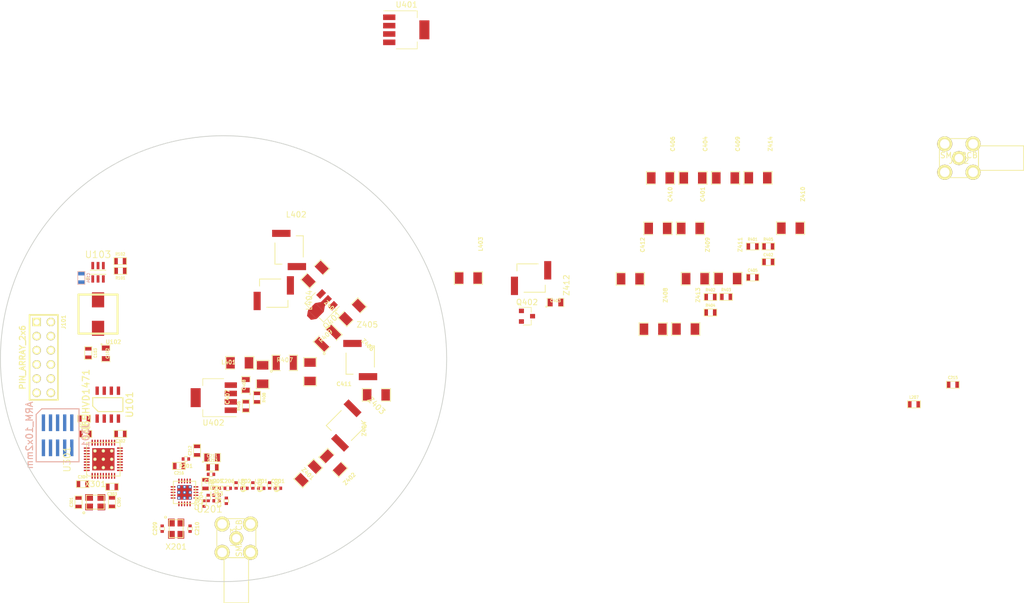
<source format=kicad_pcb>
(kicad_pcb (version 4) (host pcbnew 4.0.7)

  (general
    (links 231)
    (no_connects 213)
    (area 109.924999 68.924999 190.075001 149.075001)
    (thickness 1.6)
    (drawings 1)
    (tracks 0)
    (zones 0)
    (modules 90)
    (nets 61)
  )

  (page A4)
  (layers
    (0 F.Cu signal)
    (31 B.Cu signal)
    (32 B.Adhes user)
    (33 F.Adhes user)
    (34 B.Paste user)
    (35 F.Paste user)
    (36 B.SilkS user)
    (37 F.SilkS user)
    (38 B.Mask user)
    (39 F.Mask user hide)
    (40 Dwgs.User user)
    (41 Cmts.User user)
    (42 Eco1.User user)
    (43 Eco2.User user)
    (44 Edge.Cuts user)
    (45 Margin user)
    (46 B.CrtYd user)
    (47 F.CrtYd user)
    (48 B.Fab user)
    (49 F.Fab user)
  )

  (setup
    (last_trace_width 0.25)
    (trace_clearance 0.2)
    (zone_clearance 0.508)
    (zone_45_only no)
    (trace_min 0.2)
    (segment_width 0.2)
    (edge_width 0.15)
    (via_size 0.6)
    (via_drill 0.4)
    (via_min_size 0.4)
    (via_min_drill 0.3)
    (uvia_size 0.3)
    (uvia_drill 0.1)
    (uvias_allowed no)
    (uvia_min_size 0.2)
    (uvia_min_drill 0.1)
    (pcb_text_width 0.3)
    (pcb_text_size 1.5 1.5)
    (mod_edge_width 0.15)
    (mod_text_size 1 1)
    (mod_text_width 0.15)
    (pad_size 1.524 1.524)
    (pad_drill 0.762)
    (pad_to_mask_clearance 0.2)
    (aux_axis_origin 0 0)
    (visible_elements 7FFFFFFF)
    (pcbplotparams
      (layerselection 0x00030_80000001)
      (usegerberextensions false)
      (excludeedgelayer true)
      (linewidth 0.100000)
      (plotframeref false)
      (viasonmask false)
      (mode 1)
      (useauxorigin false)
      (hpglpennumber 1)
      (hpglpenspeed 20)
      (hpglpendiameter 15)
      (hpglpenoverlay 2)
      (psnegative false)
      (psa4output false)
      (plotreference true)
      (plotvalue true)
      (plotinvisibletext false)
      (padsonsilk false)
      (subtractmaskfromsilk false)
      (outputformat 1)
      (mirror false)
      (drillshape 1)
      (scaleselection 1)
      (outputdirectory ""))
  )

  (net 0 "")
  (net 1 "Net-(C209-Pad1)")
  (net 2 GND)
  (net 3 "Net-(C210-Pad1)")
  (net 4 "Net-(C301-Pad1)")
  (net 5 +3.3V)
  (net 6 "Net-(C305-Pad1)")
  (net 7 /MCU/TMS)
  (net 8 /MCU/TCK)
  (net 9 /MCU/TDO)
  (net 10 /MCU/TDI)
  (net 11 /MCU/NRST)
  (net 12 /MCU/CS)
  (net 13 /MCU/SCK)
  (net 14 /MCU/MISO)
  (net 15 /MCU/MOSI)
  (net 16 /MCU/RF_INT)
  (net 17 /MCU/US1_TX)
  (net 18 /MCU/US1_RX)
  (net 19 VCC)
  (net 20 VAMP)
  (net 21 Vadj)
  (net 22 "Net-(R402-Pad2)")
  (net 23 "Net-(R404-Pad1)")
  (net 24 "Net-(R406-Pad2)")
  (net 25 "Net-(J101-Pad2)")
  (net 26 "Net-(J101-Pad4)")
  (net 27 "Net-(J101-Pad10)")
  (net 28 "Net-(J101-Pad12)")
  (net 29 /Si446x_TX/GPIO0)
  (net 30 /Si446x_TX/GPIO1)
  (net 31 /Si446x_TX/GPIO2)
  (net 32 /Si446x_TX/GPIO3)
  (net 33 /MCU/PB1)
  (net 34 "/Power Amplifier/RF_IN")
  (net 35 "/Power Amplifier/RF_OUT")
  (net 36 "Net-(C104-Pad1)")
  (net 37 "Net-(C104-Pad2)")
  (net 38 /MCU/PA_EN)
  (net 39 "Net-(Q402-Pad3)")
  (net 40 /3.3V_FB)
  (net 41 /Si446x_TX/RF_1)
  (net 42 /Si446x_TX/RF_2)
  (net 43 "Net-(C204-Pad1)")
  (net 44 /Si446x_TX/RF_IN)
  (net 45 /Si446x_TX/RF_3)
  (net 46 /Si446x_TX/RF_4)
  (net 47 /Si446x_TX/RF_6)
  (net 48 /Si446x_TX/RF_7)
  (net 49 +3.3V_RF)
  (net 50 /Si446x_TX/RF_5)
  (net 51 "Net-(C407-Pad1)")
  (net 52 "Net-(C410-Pad2)")
  (net 53 "Net-(C411-Pad1)")
  (net 54 "Net-(L402-Pad1)")
  (net 55 "Net-(L402-Pad2)")
  (net 56 "Net-(Q401-Pad1)")
  (net 57 "Net-(Z401-Pad1)")
  (net 58 "Net-(Z403-Pad2)")
  (net 59 "Net-(Z412-Pad2)")
  (net 60 "Net-(C216-Pad1)")

  (net_class Default "This is the default net class."
    (clearance 0.2)
    (trace_width 0.25)
    (via_dia 0.6)
    (via_drill 0.4)
    (uvia_dia 0.3)
    (uvia_drill 0.1)
    (add_net +3.3V)
    (add_net +3.3V_RF)
    (add_net /3.3V_FB)
    (add_net /MCU/CS)
    (add_net /MCU/MISO)
    (add_net /MCU/MOSI)
    (add_net /MCU/NRST)
    (add_net /MCU/PA_EN)
    (add_net /MCU/PB1)
    (add_net /MCU/RF_INT)
    (add_net /MCU/SCK)
    (add_net /MCU/TCK)
    (add_net /MCU/TDI)
    (add_net /MCU/TDO)
    (add_net /MCU/TMS)
    (add_net /MCU/US1_RX)
    (add_net /MCU/US1_TX)
    (add_net "/Power Amplifier/RF_IN")
    (add_net "/Power Amplifier/RF_OUT")
    (add_net /Si446x_TX/GPIO0)
    (add_net /Si446x_TX/GPIO1)
    (add_net /Si446x_TX/GPIO2)
    (add_net /Si446x_TX/GPIO3)
    (add_net /Si446x_TX/RF_1)
    (add_net /Si446x_TX/RF_2)
    (add_net /Si446x_TX/RF_3)
    (add_net /Si446x_TX/RF_4)
    (add_net /Si446x_TX/RF_5)
    (add_net /Si446x_TX/RF_6)
    (add_net /Si446x_TX/RF_7)
    (add_net /Si446x_TX/RF_IN)
    (add_net GND)
    (add_net "Net-(C104-Pad1)")
    (add_net "Net-(C104-Pad2)")
    (add_net "Net-(C204-Pad1)")
    (add_net "Net-(C209-Pad1)")
    (add_net "Net-(C210-Pad1)")
    (add_net "Net-(C216-Pad1)")
    (add_net "Net-(C301-Pad1)")
    (add_net "Net-(C305-Pad1)")
    (add_net "Net-(C407-Pad1)")
    (add_net "Net-(C410-Pad2)")
    (add_net "Net-(C411-Pad1)")
    (add_net "Net-(J101-Pad10)")
    (add_net "Net-(J101-Pad12)")
    (add_net "Net-(J101-Pad2)")
    (add_net "Net-(J101-Pad4)")
    (add_net "Net-(L402-Pad1)")
    (add_net "Net-(L402-Pad2)")
    (add_net "Net-(Q401-Pad1)")
    (add_net "Net-(Q402-Pad3)")
    (add_net "Net-(R402-Pad2)")
    (add_net "Net-(R404-Pad1)")
    (add_net "Net-(R406-Pad2)")
    (add_net "Net-(Z401-Pad1)")
    (add_net "Net-(Z403-Pad2)")
    (add_net "Net-(Z412-Pad2)")
    (add_net VAMP)
    (add_net VCC)
    (add_net Vadj)
  )

  (module SM0402 (layer F.Cu) (tedit 55C7B894) (tstamp 5AEAB952)
    (at 139 139.5 270)
    (path /5AE6C8B3/5AEABC9B)
    (fp_text reference C209 (at 0 1.27 270) (layer F.SilkS)
      (effects (font (size 0.635 0.635) (thickness 0.15)))
    )
    (fp_text value 10p (at 0 -0.5 270) (layer F.Fab) hide
      (effects (font (size 1 1) (thickness 0.15)))
    )
    (fp_line (start 0.2 0.4) (end 0.3 0.4) (layer F.SilkS) (width 0.15))
    (fp_line (start 0.2 -0.4) (end 0.3 -0.4) (layer F.SilkS) (width 0.15))
    (fp_line (start -0.3 0.4) (end 0.2 0.4) (layer F.SilkS) (width 0.15))
    (fp_line (start -0.3 -0.4) (end 0.2 -0.4) (layer F.SilkS) (width 0.15))
    (pad 1 smd rect (at -0.5 0 270) (size 0.5 0.6) (layers F.Cu F.Paste F.Mask)
      (net 1 "Net-(C209-Pad1)"))
    (pad 2 smd rect (at 0.5 0 270) (size 0.5 0.6) (layers F.Cu F.Paste F.Mask)
      (net 2 GND))
  )

  (module SM0402 (layer F.Cu) (tedit 55C7B894) (tstamp 5AEAB95C)
    (at 144 139.5 90)
    (path /5AE6C8B3/5AEABAF0)
    (fp_text reference C210 (at 0 1.27 90) (layer F.SilkS)
      (effects (font (size 0.635 0.635) (thickness 0.15)))
    )
    (fp_text value 10p (at 0 -0.5 90) (layer F.Fab) hide
      (effects (font (size 1 1) (thickness 0.15)))
    )
    (fp_line (start 0.2 0.4) (end 0.3 0.4) (layer F.SilkS) (width 0.15))
    (fp_line (start 0.2 -0.4) (end 0.3 -0.4) (layer F.SilkS) (width 0.15))
    (fp_line (start -0.3 0.4) (end 0.2 0.4) (layer F.SilkS) (width 0.15))
    (fp_line (start -0.3 -0.4) (end 0.2 -0.4) (layer F.SilkS) (width 0.15))
    (pad 1 smd rect (at -0.5 0 90) (size 0.5 0.6) (layers F.Cu F.Paste F.Mask)
      (net 3 "Net-(C210-Pad1)"))
    (pad 2 smd rect (at 0.5 0 90) (size 0.5 0.6) (layers F.Cu F.Paste F.Mask)
      (net 2 GND))
  )

  (module General_SMD:SM0603 (layer F.Cu) (tedit 54EC8D93) (tstamp 5AEAB966)
    (at 124 134.762 90)
    (path /5AE72573/58B11C23)
    (attr smd)
    (fp_text reference C301 (at 0 -1.27 90) (layer F.SilkS)
      (effects (font (size 0.508 0.4572) (thickness 0.1143)))
    )
    (fp_text value 10p (at 0 0 90) (layer F.SilkS) hide
      (effects (font (size 0.508 0.4572) (thickness 0.1143)))
    )
    (fp_line (start -1.143 -0.635) (end 1.143 -0.635) (layer F.SilkS) (width 0.127))
    (fp_line (start 1.143 -0.635) (end 1.143 0.635) (layer F.SilkS) (width 0.127))
    (fp_line (start 1.143 0.635) (end -1.143 0.635) (layer F.SilkS) (width 0.127))
    (fp_line (start -1.143 0.635) (end -1.143 -0.635) (layer F.SilkS) (width 0.127))
    (pad 1 smd rect (at -0.762 0 90) (size 0.635 1.143) (layers F.Cu F.Paste F.Mask)
      (net 4 "Net-(C301-Pad1)"))
    (pad 2 smd rect (at 0.762 0 90) (size 0.635 1.143) (layers F.Cu F.Paste F.Mask)
      (net 2 GND))
    (model smd\resistors\R0603.wrl
      (at (xyz 0 0 0.001))
      (scale (xyz 0.5 0.5 0.5))
      (rotate (xyz 0 0 0))
    )
  )

  (module General_SMD:SM0603 (layer F.Cu) (tedit 54EC8D93) (tstamp 5AEAB970)
    (at 131.512 122.5 180)
    (path /5AE72573/58B245E6)
    (attr smd)
    (fp_text reference C302 (at 0 -1.27 180) (layer F.SilkS)
      (effects (font (size 0.508 0.4572) (thickness 0.1143)))
    )
    (fp_text value 100n (at 0 0 180) (layer F.SilkS) hide
      (effects (font (size 0.508 0.4572) (thickness 0.1143)))
    )
    (fp_line (start -1.143 -0.635) (end 1.143 -0.635) (layer F.SilkS) (width 0.127))
    (fp_line (start 1.143 -0.635) (end 1.143 0.635) (layer F.SilkS) (width 0.127))
    (fp_line (start 1.143 0.635) (end -1.143 0.635) (layer F.SilkS) (width 0.127))
    (fp_line (start -1.143 0.635) (end -1.143 -0.635) (layer F.SilkS) (width 0.127))
    (pad 1 smd rect (at -0.762 0 180) (size 0.635 1.143) (layers F.Cu F.Paste F.Mask)
      (net 2 GND))
    (pad 2 smd rect (at 0.762 0 180) (size 0.635 1.143) (layers F.Cu F.Paste F.Mask)
      (net 5 +3.3V))
    (model smd\resistors\R0603.wrl
      (at (xyz 0 0 0.001))
      (scale (xyz 0.5 0.5 0.5))
      (rotate (xyz 0 0 0))
    )
  )

  (module General_SMD:SM0603 (layer F.Cu) (tedit 54EC8D93) (tstamp 5AEAB97A)
    (at 130.012 132 180)
    (path /5AE72573/58B245F3)
    (attr smd)
    (fp_text reference C303 (at 0 -1.27 180) (layer F.SilkS)
      (effects (font (size 0.508 0.4572) (thickness 0.1143)))
    )
    (fp_text value 100n (at 0 0 180) (layer F.SilkS) hide
      (effects (font (size 0.508 0.4572) (thickness 0.1143)))
    )
    (fp_line (start -1.143 -0.635) (end 1.143 -0.635) (layer F.SilkS) (width 0.127))
    (fp_line (start 1.143 -0.635) (end 1.143 0.635) (layer F.SilkS) (width 0.127))
    (fp_line (start 1.143 0.635) (end -1.143 0.635) (layer F.SilkS) (width 0.127))
    (fp_line (start -1.143 0.635) (end -1.143 -0.635) (layer F.SilkS) (width 0.127))
    (pad 1 smd rect (at -0.762 0 180) (size 0.635 1.143) (layers F.Cu F.Paste F.Mask)
      (net 2 GND))
    (pad 2 smd rect (at 0.762 0 180) (size 0.635 1.143) (layers F.Cu F.Paste F.Mask)
      (net 5 +3.3V))
    (model smd\resistors\R0603.wrl
      (at (xyz 0 0 0.001))
      (scale (xyz 0.5 0.5 0.5))
      (rotate (xyz 0 0 0))
    )
  )

  (module General_SMD:SM0603 (layer F.Cu) (tedit 54EC8D93) (tstamp 5AEAB984)
    (at 124.75 131.5)
    (path /5AE72573/58B24735)
    (attr smd)
    (fp_text reference C304 (at 0 -1.27) (layer F.SilkS)
      (effects (font (size 0.508 0.4572) (thickness 0.1143)))
    )
    (fp_text value 100n (at 0 0) (layer F.SilkS) hide
      (effects (font (size 0.508 0.4572) (thickness 0.1143)))
    )
    (fp_line (start -1.143 -0.635) (end 1.143 -0.635) (layer F.SilkS) (width 0.127))
    (fp_line (start 1.143 -0.635) (end 1.143 0.635) (layer F.SilkS) (width 0.127))
    (fp_line (start 1.143 0.635) (end -1.143 0.635) (layer F.SilkS) (width 0.127))
    (fp_line (start -1.143 0.635) (end -1.143 -0.635) (layer F.SilkS) (width 0.127))
    (pad 1 smd rect (at -0.762 0) (size 0.635 1.143) (layers F.Cu F.Paste F.Mask)
      (net 2 GND))
    (pad 2 smd rect (at 0.762 0) (size 0.635 1.143) (layers F.Cu F.Paste F.Mask)
      (net 5 +3.3V))
    (model smd\resistors\R0603.wrl
      (at (xyz 0 0 0.001))
      (scale (xyz 0.5 0.5 0.5))
      (rotate (xyz 0 0 0))
    )
  )

  (module General_SMD:SM0603 (layer F.Cu) (tedit 54EC8D93) (tstamp 5AEAB98E)
    (at 130 134.738 270)
    (path /5AE72573/58B125A0)
    (attr smd)
    (fp_text reference C305 (at 0 -1.27 270) (layer F.SilkS)
      (effects (font (size 0.508 0.4572) (thickness 0.1143)))
    )
    (fp_text value 10p (at 0 0 270) (layer F.SilkS) hide
      (effects (font (size 0.508 0.4572) (thickness 0.1143)))
    )
    (fp_line (start -1.143 -0.635) (end 1.143 -0.635) (layer F.SilkS) (width 0.127))
    (fp_line (start 1.143 -0.635) (end 1.143 0.635) (layer F.SilkS) (width 0.127))
    (fp_line (start 1.143 0.635) (end -1.143 0.635) (layer F.SilkS) (width 0.127))
    (fp_line (start -1.143 0.635) (end -1.143 -0.635) (layer F.SilkS) (width 0.127))
    (pad 1 smd rect (at -0.762 0 270) (size 0.635 1.143) (layers F.Cu F.Paste F.Mask)
      (net 6 "Net-(C305-Pad1)"))
    (pad 2 smd rect (at 0.762 0 270) (size 0.635 1.143) (layers F.Cu F.Paste F.Mask)
      (net 2 GND))
    (model smd\resistors\R0603.wrl
      (at (xyz 0 0 0.001))
      (scale (xyz 0.5 0.5 0.5))
      (rotate (xyz 0 0 0))
    )
  )

  (module General_SMD:SM0603 (layer F.Cu) (tedit 54EC8D93) (tstamp 5AEAB998)
    (at 125.238 122.5)
    (path /5AE72573/58B24742)
    (attr smd)
    (fp_text reference C306 (at 0 -1.27) (layer F.SilkS)
      (effects (font (size 0.508 0.4572) (thickness 0.1143)))
    )
    (fp_text value 100n (at 0 0) (layer F.SilkS) hide
      (effects (font (size 0.508 0.4572) (thickness 0.1143)))
    )
    (fp_line (start -1.143 -0.635) (end 1.143 -0.635) (layer F.SilkS) (width 0.127))
    (fp_line (start 1.143 -0.635) (end 1.143 0.635) (layer F.SilkS) (width 0.127))
    (fp_line (start 1.143 0.635) (end -1.143 0.635) (layer F.SilkS) (width 0.127))
    (fp_line (start -1.143 0.635) (end -1.143 -0.635) (layer F.SilkS) (width 0.127))
    (pad 1 smd rect (at -0.762 0) (size 0.635 1.143) (layers F.Cu F.Paste F.Mask)
      (net 2 GND))
    (pad 2 smd rect (at 0.762 0) (size 0.635 1.143) (layers F.Cu F.Paste F.Mask)
      (net 5 +3.3V))
    (model smd\resistors\R0603.wrl
      (at (xyz 0 0 0.001))
      (scale (xyz 0.5 0.5 0.5))
      (rotate (xyz 0 0 0))
    )
  )

  (module Connectors_127mm:JTAG_10ARM (layer B.Cu) (tedit 5534F0A7) (tstamp 5AEAB9AB)
    (at 120.25 122.75 270)
    (path /5AE72573/5AE9F04E)
    (fp_text reference J301 (at 0 -5.04 270) (layer B.SilkS)
      (effects (font (size 1.2 1.2) (thickness 0.2)) (justify mirror))
    )
    (fp_text value ARM_10x2mm (at 0 5.04 270) (layer B.SilkS)
      (effects (font (size 1.2 1.2) (thickness 0.2)) (justify mirror))
    )
    (fp_line (start -3.75 3.84) (end -4.75 2.84) (layer B.SilkS) (width 0.2))
    (fp_line (start -4.75 2.84) (end -4.75 -3.84) (layer B.SilkS) (width 0.2))
    (fp_line (start -4.75 -3.84) (end 4.75 -3.84) (layer B.SilkS) (width 0.2))
    (fp_line (start 4.75 -3.84) (end 4.75 3.84) (layer B.SilkS) (width 0.2))
    (fp_line (start 4.75 3.84) (end -3.75 3.84) (layer B.SilkS) (width 0.2))
    (pad 1 smd rect (at -2.25 2.54 270) (size 3 0.6) (layers B.Cu B.Paste B.Mask)
      (net 5 +3.3V))
    (pad 3 smd rect (at -2.25 1.27 270) (size 3 0.6) (layers B.Cu B.Paste B.Mask)
      (net 2 GND))
    (pad 5 smd rect (at -2.25 0 270) (size 3 0.6) (layers B.Cu B.Paste B.Mask)
      (net 2 GND))
    (pad 7 smd rect (at -2.25 -1.27 270) (size 3 0.6) (layers B.Cu B.Paste B.Mask))
    (pad 9 smd rect (at -2.25 -2.54 270) (size 3 0.6) (layers B.Cu B.Paste B.Mask)
      (net 2 GND))
    (pad 2 smd rect (at 2.25 2.54 270) (size 3 0.6) (layers B.Cu B.Paste B.Mask)
      (net 7 /MCU/TMS))
    (pad 4 smd rect (at 2.25 1.27 270) (size 3 0.6) (layers B.Cu B.Paste B.Mask)
      (net 8 /MCU/TCK))
    (pad 6 smd rect (at 2.25 0 270) (size 3 0.6) (layers B.Cu B.Paste B.Mask)
      (net 9 /MCU/TDO))
    (pad 8 smd rect (at 2.25 -1.27 270) (size 3 0.6) (layers B.Cu B.Paste B.Mask)
      (net 10 /MCU/TDI))
    (pad 10 smd rect (at 2.25 -2.54 270) (size 3 0.6) (layers B.Cu B.Paste B.Mask)
      (net 11 /MCU/NRST))
  )

  (module QFN:QFN36_6x6_0.5mm (layer F.Cu) (tedit 0) (tstamp 5AEAB9F2)
    (at 128.451185 127.048815 90)
    (path /5AE72573/58AEB95D)
    (fp_text reference U301 (at 0 -6.5 90) (layer F.SilkS)
      (effects (font (size 1.2 1.2) (thickness 0.15)))
    )
    (fp_text value STM32F103TB-QFN36 (at 0 6.5 90) (layer F.Fab)
      (effects (font (size 1.2 1.2) (thickness 0.15)))
    )
    (fp_line (start -2.7 -3) (end -3 -2.7) (layer F.SilkS) (width 0.15))
    (fp_line (start -3 -2.7) (end -3 3) (layer F.SilkS) (width 0.15))
    (fp_line (start -3 3) (end 3 3) (layer F.SilkS) (width 0.15))
    (fp_line (start 3 3) (end 3 -3) (layer F.SilkS) (width 0.15))
    (fp_line (start 3 -3) (end -2.7 -3) (layer F.SilkS) (width 0.15))
    (pad 37 smd rect (at 0 0 90) (size 4 4) (layers F.Cu F.Mask)
      (net 2 GND))
    (pad 37 thru_hole circle (at -1.5 -1.5 90) (size 0.6 0.6) (drill 0.2) (layers *.Cu *.Mask F.SilkS)
      (net 2 GND))
    (pad 37 thru_hole circle (at -1.5 0 90) (size 0.6 0.6) (drill 0.2) (layers *.Cu *.Mask F.SilkS)
      (net 2 GND))
    (pad 37 thru_hole circle (at -1.5 1.5 90) (size 0.6 0.6) (drill 0.2) (layers *.Cu *.Mask F.SilkS)
      (net 2 GND))
    (pad 37 thru_hole circle (at 0 -1.5 90) (size 0.6 0.6) (drill 0.2) (layers *.Cu *.Mask F.SilkS)
      (net 2 GND))
    (pad 37 thru_hole circle (at 0 0 90) (size 0.6 0.6) (drill 0.2) (layers *.Cu *.Mask F.SilkS)
      (net 2 GND))
    (pad 37 thru_hole circle (at 0 1.5 90) (size 0.6 0.6) (drill 0.2) (layers *.Cu *.Mask F.SilkS)
      (net 2 GND))
    (pad 37 thru_hole circle (at 1.5 -1.5 90) (size 0.6 0.6) (drill 0.2) (layers *.Cu *.Mask F.SilkS)
      (net 2 GND))
    (pad 37 thru_hole circle (at 1.5 0 90) (size 0.6 0.6) (drill 0.2) (layers *.Cu *.Mask F.SilkS)
      (net 2 GND))
    (pad 37 thru_hole circle (at 1.5 1.5 90) (size 0.6 0.6) (drill 0.2) (layers *.Cu *.Mask F.SilkS)
      (net 2 GND))
    (pad ~ smd rect (at -1.646446 -1.646446 90) (size 0.707106 0.707106) (layers F.Paste))
    (pad ~ smd rect (at -1.646446 -0.548815 90) (size 0.707106 0.707106) (layers F.Paste))
    (pad ~ smd rect (at -1.646446 0.548815 90) (size 0.707106 0.707106) (layers F.Paste))
    (pad ~ smd rect (at -1.646446 1.646446 90) (size 0.707106 0.707106) (layers F.Paste))
    (pad ~ smd rect (at -0.548815 -1.646446 90) (size 0.707106 0.707106) (layers F.Paste))
    (pad ~ smd rect (at -0.548815 -0.548815 90) (size 0.707106 0.707106) (layers F.Paste))
    (pad ~ smd rect (at -0.548815 0.548815 90) (size 0.707106 0.707106) (layers F.Paste))
    (pad ~ smd rect (at -0.548815 1.646446 90) (size 0.707106 0.707106) (layers F.Paste))
    (pad ~ smd rect (at 0.548815 -1.646446 90) (size 0.707106 0.707106) (layers F.Paste))
    (pad ~ smd rect (at 0.548815 -0.548815 90) (size 0.707106 0.707106) (layers F.Paste))
    (pad ~ smd rect (at 0.548815 0.548815 90) (size 0.707106 0.707106) (layers F.Paste))
    (pad ~ smd rect (at 0.548815 1.646446 90) (size 0.707106 0.707106) (layers F.Paste))
    (pad ~ smd rect (at 1.646446 -1.646446 90) (size 0.707106 0.707106) (layers F.Paste))
    (pad ~ smd rect (at 1.646446 -0.548815 90) (size 0.707106 0.707106) (layers F.Paste))
    (pad ~ smd rect (at 1.646446 0.548815 90) (size 0.707106 0.707106) (layers F.Paste))
    (pad ~ smd rect (at 1.646446 1.646446 90) (size 0.707106 0.707106) (layers F.Paste))
    (pad 1 smd rect (at -2.975 -2 90) (size 1.05 0.25) (layers F.Cu F.Paste F.Mask)
      (net 5 +3.3V))
    (pad 2 smd rect (at -2.975 -1.5 90) (size 1.05 0.25) (layers F.Cu F.Paste F.Mask)
      (net 4 "Net-(C301-Pad1)"))
    (pad 3 smd rect (at -2.975 -1 90) (size 1.05 0.25) (layers F.Cu F.Paste F.Mask)
      (net 6 "Net-(C305-Pad1)"))
    (pad 4 smd rect (at -2.975 -0.5 90) (size 1.05 0.25) (layers F.Cu F.Paste F.Mask)
      (net 11 /MCU/NRST))
    (pad 5 smd rect (at -2.975 0 90) (size 1.05 0.25) (layers F.Cu F.Paste F.Mask)
      (net 2 GND))
    (pad 6 smd rect (at -2.975 0.5 90) (size 1.05 0.25) (layers F.Cu F.Paste F.Mask)
      (net 5 +3.3V))
    (pad 7 smd rect (at -2.975 1 90) (size 1.05 0.25) (layers F.Cu F.Paste F.Mask)
      (net 29 /Si446x_TX/GPIO0))
    (pad 8 smd rect (at -2.975 1.5 90) (size 1.05 0.25) (layers F.Cu F.Paste F.Mask)
      (net 30 /Si446x_TX/GPIO1))
    (pad 9 smd rect (at -2.975 2 90) (size 1.05 0.25) (layers F.Cu F.Paste F.Mask)
      (net 31 /Si446x_TX/GPIO2))
    (pad 10 smd rect (at -2 2.975 90) (size 0.25 1.05) (layers F.Cu F.Paste F.Mask)
      (net 32 /Si446x_TX/GPIO3))
    (pad 11 smd rect (at -1.5 2.975 90) (size 0.25 1.05) (layers F.Cu F.Paste F.Mask)
      (net 12 /MCU/CS))
    (pad 12 smd rect (at -1 2.975 90) (size 0.25 1.05) (layers F.Cu F.Paste F.Mask)
      (net 13 /MCU/SCK))
    (pad 13 smd rect (at -0.5 2.975 90) (size 0.25 1.05) (layers F.Cu F.Paste F.Mask)
      (net 14 /MCU/MISO))
    (pad 14 smd rect (at 0 2.975 90) (size 0.25 1.05) (layers F.Cu F.Paste F.Mask)
      (net 15 /MCU/MOSI))
    (pad 15 smd rect (at 0.5 2.975 90) (size 0.25 1.05) (layers F.Cu F.Paste F.Mask)
      (net 16 /MCU/RF_INT))
    (pad 16 smd rect (at 1 2.975 90) (size 0.25 1.05) (layers F.Cu F.Paste F.Mask)
      (net 33 /MCU/PB1))
    (pad 17 smd rect (at 1.5 2.975 90) (size 0.25 1.05) (layers F.Cu F.Paste F.Mask))
    (pad 18 smd rect (at 2 2.975 90) (size 0.25 1.05) (layers F.Cu F.Paste F.Mask)
      (net 2 GND))
    (pad 19 smd rect (at 2.975 2 90) (size 1.05 0.25) (layers F.Cu F.Paste F.Mask)
      (net 5 +3.3V))
    (pad 20 smd rect (at 2.975 1.5 90) (size 1.05 0.25) (layers F.Cu F.Paste F.Mask)
      (net 38 /MCU/PA_EN))
    (pad 21 smd rect (at 2.975 1 90) (size 1.05 0.25) (layers F.Cu F.Paste F.Mask)
      (net 17 /MCU/US1_TX))
    (pad 22 smd rect (at 2.975 0.5 90) (size 1.05 0.25) (layers F.Cu F.Paste F.Mask)
      (net 18 /MCU/US1_RX))
    (pad 23 smd rect (at 2.975 0 90) (size 1.05 0.25) (layers F.Cu F.Paste F.Mask))
    (pad 24 smd rect (at 2.975 -0.5 90) (size 1.05 0.25) (layers F.Cu F.Paste F.Mask))
    (pad 25 smd rect (at 2.975 -1 90) (size 1.05 0.25) (layers F.Cu F.Paste F.Mask)
      (net 7 /MCU/TMS))
    (pad 26 smd rect (at 2.975 -1.5 90) (size 1.05 0.25) (layers F.Cu F.Paste F.Mask)
      (net 2 GND))
    (pad 27 smd rect (at 2.975 -2 90) (size 1.05 0.25) (layers F.Cu F.Paste F.Mask)
      (net 5 +3.3V))
    (pad 28 smd rect (at 2 -2.975 90) (size 0.25 1.05) (layers F.Cu F.Paste F.Mask)
      (net 8 /MCU/TCK))
    (pad 29 smd rect (at 1.5 -2.975 90) (size 0.25 1.05) (layers F.Cu F.Paste F.Mask)
      (net 10 /MCU/TDI))
    (pad 30 smd rect (at 1 -2.975 90) (size 0.25 1.05) (layers F.Cu F.Paste F.Mask)
      (net 9 /MCU/TDO))
    (pad 31 smd rect (at 0.5 -2.975 90) (size 0.25 1.05) (layers F.Cu F.Paste F.Mask))
    (pad 32 smd rect (at 0 -2.975 90) (size 0.25 1.05) (layers F.Cu F.Paste F.Mask))
    (pad 33 smd rect (at -0.5 -2.975 90) (size 0.25 1.05) (layers F.Cu F.Paste F.Mask))
    (pad 34 smd rect (at -1 -2.975 90) (size 0.25 1.05) (layers F.Cu F.Paste F.Mask))
    (pad 35 smd rect (at -1.5 -2.975 90) (size 0.25 1.05) (layers F.Cu F.Paste F.Mask)
      (net 2 GND))
    (pad 36 smd rect (at -2 -2.975 90) (size 0.25 1.05) (layers F.Cu F.Paste F.Mask)
      (net 2 GND))
  )

  (module Xtal_SMD:xtal_3.2x2.5 (layer F.Cu) (tedit 54DF5DC4) (tstamp 5AEAB9FF)
    (at 127 134.75)
    (path /5AE72573/58B10A6E)
    (fp_text reference X301 (at 0 -3.25) (layer F.SilkS)
      (effects (font (size 1 1) (thickness 0.15)))
    )
    (fp_text value 8MHz (at 8.75 -4.5) (layer F.SilkS) hide
      (effects (font (size 1 1) (thickness 0.15)))
    )
    (fp_circle (center -2.05 1.9) (end -1.95 2.05) (layer F.SilkS) (width 0.15))
    (fp_line (start -1.6 -1.25) (end 1.6 -1.25) (layer F.SilkS) (width 0.15))
    (fp_line (start 1.6 -1.25) (end 1.6 1.25) (layer F.SilkS) (width 0.15))
    (fp_line (start 1.6 1.25) (end -1.6 1.25) (layer F.SilkS) (width 0.15))
    (fp_line (start -1.6 1.25) (end -1.6 -1.25) (layer F.SilkS) (width 0.15))
    (pad 1 smd rect (at -1.1 0.85) (size 1.4 1.2) (layers F.Cu F.Paste F.Mask)
      (net 4 "Net-(C301-Pad1)"))
    (pad 2 smd rect (at 1.1 0.85) (size 1.4 1.2) (layers F.Cu F.Paste F.Mask)
      (net 2 GND))
    (pad 3 smd rect (at 1.1 -0.85) (size 1.4 1.2) (layers F.Cu F.Paste F.Mask)
      (net 6 "Net-(C305-Pad1)"))
    (pad 4 smd rect (at -1.1 -0.85) (size 1.4 1.2) (layers F.Cu F.Paste F.Mask)
      (net 2 GND))
  )

  (module SM0603 (layer F.Cu) (tedit 54EC8D93) (tstamp 5AEB98AC)
    (at 125.012 119.75 180)
    (path /5AEAD02F)
    (attr smd)
    (fp_text reference C101 (at 0 -1.27 180) (layer F.SilkS)
      (effects (font (size 0.508 0.4572) (thickness 0.1143)))
    )
    (fp_text value 1uF (at 0 0 180) (layer F.SilkS) hide
      (effects (font (size 0.508 0.4572) (thickness 0.1143)))
    )
    (fp_line (start -1.143 -0.635) (end 1.143 -0.635) (layer F.SilkS) (width 0.127))
    (fp_line (start 1.143 -0.635) (end 1.143 0.635) (layer F.SilkS) (width 0.127))
    (fp_line (start 1.143 0.635) (end -1.143 0.635) (layer F.SilkS) (width 0.127))
    (fp_line (start -1.143 0.635) (end -1.143 -0.635) (layer F.SilkS) (width 0.127))
    (pad 1 smd rect (at -0.762 0 180) (size 0.635 1.143) (layers F.Cu F.Paste F.Mask)
      (net 5 +3.3V))
    (pad 2 smd rect (at 0.762 0 180) (size 0.635 1.143) (layers F.Cu F.Paste F.Mask)
      (net 2 GND))
    (model smd\resistors\R0603.wrl
      (at (xyz 0 0 0.001))
      (scale (xyz 0.5 0.5 0.5))
      (rotate (xyz 0 0 0))
    )
  )

  (module SM1206 (layer F.Cu) (tedit 54CD7B0D) (tstamp 5AEB98B8)
    (at 233.698502 85.625)
    (path /5AEB7B90/5AEBBA6C)
    (attr smd)
    (fp_text reference C401 (at 2.2 -6.1 90) (layer F.SilkS)
      (effects (font (size 0.7 0.7) (thickness 0.152)))
    )
    (fp_text value 4.7uF (at 0 0) (layer F.SilkS) hide
      (effects (font (size 0.762 0.762) (thickness 0.127)))
    )
    (fp_line (start -2.54 -1.143) (end -2.54 1.143) (layer F.SilkS) (width 0.127))
    (fp_line (start -2.54 1.143) (end -0.889 1.143) (layer F.SilkS) (width 0.127))
    (fp_line (start 0.889 -1.143) (end 2.54 -1.143) (layer F.SilkS) (width 0.127))
    (fp_line (start 2.54 -1.143) (end 2.54 1.143) (layer F.SilkS) (width 0.127))
    (fp_line (start 2.54 1.143) (end 0.889 1.143) (layer F.SilkS) (width 0.127))
    (fp_line (start -0.889 -1.143) (end -2.54 -1.143) (layer F.SilkS) (width 0.127))
    (pad 1 smd rect (at -1.651 0) (size 1.524 2.032) (layers F.Cu F.Paste F.Mask)
      (net 19 VCC))
    (pad 2 smd rect (at 1.651 0) (size 1.524 2.032) (layers F.Cu F.Paste F.Mask)
      (net 2 GND))
    (model smd/chip_cms.wrl
      (at (xyz 0 0 0))
      (scale (xyz 0.17 0.16 0.16))
      (rotate (xyz 0 0 0))
    )
  )

  (module SM0603 (layer F.Cu) (tedit 54EC8D93) (tstamp 5AEB98C2)
    (at 247.651502 91.647749)
    (path /5AEB7B90/5AEBBAC7)
    (attr smd)
    (fp_text reference C402 (at 0 -1.27) (layer F.SilkS)
      (effects (font (size 0.508 0.4572) (thickness 0.1143)))
    )
    (fp_text value 100nF (at 0 0) (layer F.SilkS) hide
      (effects (font (size 0.508 0.4572) (thickness 0.1143)))
    )
    (fp_line (start -1.143 -0.635) (end 1.143 -0.635) (layer F.SilkS) (width 0.127))
    (fp_line (start 1.143 -0.635) (end 1.143 0.635) (layer F.SilkS) (width 0.127))
    (fp_line (start 1.143 0.635) (end -1.143 0.635) (layer F.SilkS) (width 0.127))
    (fp_line (start -1.143 0.635) (end -1.143 -0.635) (layer F.SilkS) (width 0.127))
    (pad 1 smd rect (at -0.762 0) (size 0.635 1.143) (layers F.Cu F.Paste F.Mask)
      (net 19 VCC))
    (pad 2 smd rect (at 0.762 0) (size 0.635 1.143) (layers F.Cu F.Paste F.Mask)
      (net 2 GND))
    (model smd\resistors\R0603.wrl
      (at (xyz 0 0 0.001))
      (scale (xyz 0.5 0.5 0.5))
      (rotate (xyz 0 0 0))
    )
  )

  (module SM0805 (layer F.Cu) (tedit 54EC8E63) (tstamp 5AEB98CF)
    (at 209.502532 98.91653)
    (path /5AEB7B90/5AEBCC0E)
    (attr smd)
    (fp_text reference C403 (at 0 -0.3175) (layer F.SilkS)
      (effects (font (size 0.50038 0.50038) (thickness 0.10922)))
    )
    (fp_text value 1uF (at 0 0.381) (layer F.SilkS) hide
      (effects (font (size 0.50038 0.50038) (thickness 0.10922)))
    )
    (fp_circle (center -1.651 0.762) (end -1.651 0.635) (layer F.SilkS) (width 0.09906))
    (fp_line (start -0.508 0.762) (end -1.524 0.762) (layer F.SilkS) (width 0.09906))
    (fp_line (start -1.524 0.762) (end -1.524 -0.762) (layer F.SilkS) (width 0.09906))
    (fp_line (start -1.524 -0.762) (end -0.508 -0.762) (layer F.SilkS) (width 0.09906))
    (fp_line (start 0.508 -0.762) (end 1.524 -0.762) (layer F.SilkS) (width 0.09906))
    (fp_line (start 1.524 -0.762) (end 1.524 0.762) (layer F.SilkS) (width 0.09906))
    (fp_line (start 1.524 0.762) (end 0.508 0.762) (layer F.SilkS) (width 0.09906))
    (pad 1 smd rect (at -0.9525 0) (size 0.889 1.397) (layers F.Cu F.Paste F.Mask)
      (net 20 VAMP))
    (pad 2 smd rect (at 0.9525 0) (size 0.889 1.397) (layers F.Cu F.Paste F.Mask)
      (net 2 GND))
    (model smd/chip_cms.wrl
      (at (xyz 0 0 0))
      (scale (xyz 0.1 0.1 0.1))
      (rotate (xyz 0 0 0))
    )
  )

  (module SM1206 (layer F.Cu) (tedit 54CD7B0D) (tstamp 5AEB98DB)
    (at 234.158502 76.575)
    (path /5AEB7B90/5AEBD935)
    (attr smd)
    (fp_text reference C404 (at 2.2 -6.1 90) (layer F.SilkS)
      (effects (font (size 0.7 0.7) (thickness 0.152)))
    )
    (fp_text value 4.7uF (at 0 0) (layer F.SilkS) hide
      (effects (font (size 0.762 0.762) (thickness 0.127)))
    )
    (fp_line (start -2.54 -1.143) (end -2.54 1.143) (layer F.SilkS) (width 0.127))
    (fp_line (start -2.54 1.143) (end -0.889 1.143) (layer F.SilkS) (width 0.127))
    (fp_line (start 0.889 -1.143) (end 2.54 -1.143) (layer F.SilkS) (width 0.127))
    (fp_line (start 2.54 -1.143) (end 2.54 1.143) (layer F.SilkS) (width 0.127))
    (fp_line (start 2.54 1.143) (end 0.889 1.143) (layer F.SilkS) (width 0.127))
    (fp_line (start -0.889 -1.143) (end -2.54 -1.143) (layer F.SilkS) (width 0.127))
    (pad 1 smd rect (at -1.651 0) (size 1.524 2.032) (layers F.Cu F.Paste F.Mask)
      (net 19 VCC))
    (pad 2 smd rect (at 1.651 0) (size 1.524 2.032) (layers F.Cu F.Paste F.Mask)
      (net 2 GND))
    (model smd/chip_cms.wrl
      (at (xyz 0 0 0))
      (scale (xyz 0.17 0.16 0.16))
      (rotate (xyz 0 0 0))
    )
  )

  (module SM0603 (layer F.Cu) (tedit 54EC8D93) (tstamp 5AEB98E5)
    (at 244.841502 94.427749)
    (path /5AEB7B90/5AEBD93B)
    (attr smd)
    (fp_text reference C405 (at 0 -1.27) (layer F.SilkS)
      (effects (font (size 0.508 0.4572) (thickness 0.1143)))
    )
    (fp_text value 100nF (at 0 0) (layer F.SilkS) hide
      (effects (font (size 0.508 0.4572) (thickness 0.1143)))
    )
    (fp_line (start -1.143 -0.635) (end 1.143 -0.635) (layer F.SilkS) (width 0.127))
    (fp_line (start 1.143 -0.635) (end 1.143 0.635) (layer F.SilkS) (width 0.127))
    (fp_line (start 1.143 0.635) (end -1.143 0.635) (layer F.SilkS) (width 0.127))
    (fp_line (start -1.143 0.635) (end -1.143 -0.635) (layer F.SilkS) (width 0.127))
    (pad 1 smd rect (at -0.762 0) (size 0.635 1.143) (layers F.Cu F.Paste F.Mask)
      (net 19 VCC))
    (pad 2 smd rect (at 0.762 0) (size 0.635 1.143) (layers F.Cu F.Paste F.Mask)
      (net 2 GND))
    (model smd\resistors\R0603.wrl
      (at (xyz 0 0 0.001))
      (scale (xyz 0.5 0.5 0.5))
      (rotate (xyz 0 0 0))
    )
  )

  (module General_SMD:SM1206 (layer F.Cu) (tedit 54CD7B0D) (tstamp 5AEB98F1)
    (at 228.328502 76.575)
    (path /5AEB7B90/5AE0B4B7)
    (attr smd)
    (fp_text reference C406 (at 2.2 -6.1 90) (layer F.SilkS)
      (effects (font (size 0.7 0.7) (thickness 0.152)))
    )
    (fp_text value 10uF (at 0 0) (layer F.SilkS) hide
      (effects (font (size 0.762 0.762) (thickness 0.127)))
    )
    (fp_line (start -2.54 -1.143) (end -2.54 1.143) (layer F.SilkS) (width 0.127))
    (fp_line (start -2.54 1.143) (end -0.889 1.143) (layer F.SilkS) (width 0.127))
    (fp_line (start 0.889 -1.143) (end 2.54 -1.143) (layer F.SilkS) (width 0.127))
    (fp_line (start 2.54 -1.143) (end 2.54 1.143) (layer F.SilkS) (width 0.127))
    (fp_line (start 2.54 1.143) (end 0.889 1.143) (layer F.SilkS) (width 0.127))
    (fp_line (start -0.889 -1.143) (end -2.54 -1.143) (layer F.SilkS) (width 0.127))
    (pad 1 smd rect (at -1.651 0) (size 1.524 2.032) (layers F.Cu F.Paste F.Mask)
      (net 21 Vadj))
    (pad 2 smd rect (at 1.651 0) (size 1.524 2.032) (layers F.Cu F.Paste F.Mask)
      (net 2 GND))
    (model smd/chip_cms.wrl
      (at (xyz 0 0 0))
      (scale (xyz 0.17 0.16 0.16))
      (rotate (xyz 0 0 0))
    )
  )

  (module General_SMD:SM1206 (layer F.Cu) (tedit 54CD7B0D) (tstamp 5AEB98FD)
    (at 152.901 109.75 180)
    (path /5AEB7B90/5AE0BE88)
    (attr smd)
    (fp_text reference C407 (at 2.2 -6.1 270) (layer F.SilkS)
      (effects (font (size 0.7 0.7) (thickness 0.152)))
    )
    (fp_text value 100pF (at 0 0 180) (layer F.SilkS) hide
      (effects (font (size 0.762 0.762) (thickness 0.127)))
    )
    (fp_line (start -2.54 -1.143) (end -2.54 1.143) (layer F.SilkS) (width 0.127))
    (fp_line (start -2.54 1.143) (end -0.889 1.143) (layer F.SilkS) (width 0.127))
    (fp_line (start 0.889 -1.143) (end 2.54 -1.143) (layer F.SilkS) (width 0.127))
    (fp_line (start 2.54 -1.143) (end 2.54 1.143) (layer F.SilkS) (width 0.127))
    (fp_line (start 2.54 1.143) (end 0.889 1.143) (layer F.SilkS) (width 0.127))
    (fp_line (start -0.889 -1.143) (end -2.54 -1.143) (layer F.SilkS) (width 0.127))
    (pad 1 smd rect (at -1.651 0 180) (size 1.524 2.032) (layers F.Cu F.Paste F.Mask)
      (net 51 "Net-(C407-Pad1)"))
    (pad 2 smd rect (at 1.651 0 180) (size 1.524 2.032) (layers F.Cu F.Paste F.Mask)
      (net 2 GND))
    (model smd/chip_cms.wrl
      (at (xyz 0 0 0))
      (scale (xyz 0.17 0.16 0.16))
      (rotate (xyz 0 0 0))
    )
  )

  (module SM0805 (layer F.Cu) (tedit 54EC8E63) (tstamp 5AEB990A)
    (at 154 113.7025 90)
    (path /5AEB7B90/5AEBD97C)
    (attr smd)
    (fp_text reference C408 (at 0 -0.3175 90) (layer F.SilkS)
      (effects (font (size 0.50038 0.50038) (thickness 0.10922)))
    )
    (fp_text value 1uF (at 0 0.381 90) (layer F.SilkS) hide
      (effects (font (size 0.50038 0.50038) (thickness 0.10922)))
    )
    (fp_circle (center -1.651 0.762) (end -1.651 0.635) (layer F.SilkS) (width 0.09906))
    (fp_line (start -0.508 0.762) (end -1.524 0.762) (layer F.SilkS) (width 0.09906))
    (fp_line (start -1.524 0.762) (end -1.524 -0.762) (layer F.SilkS) (width 0.09906))
    (fp_line (start -1.524 -0.762) (end -0.508 -0.762) (layer F.SilkS) (width 0.09906))
    (fp_line (start 0.508 -0.762) (end 1.524 -0.762) (layer F.SilkS) (width 0.09906))
    (fp_line (start 1.524 -0.762) (end 1.524 0.762) (layer F.SilkS) (width 0.09906))
    (fp_line (start 1.524 0.762) (end 0.508 0.762) (layer F.SilkS) (width 0.09906))
    (pad 1 smd rect (at -0.9525 0 90) (size 0.889 1.397) (layers F.Cu F.Paste F.Mask)
      (net 21 Vadj))
    (pad 2 smd rect (at 0.9525 0 90) (size 0.889 1.397) (layers F.Cu F.Paste F.Mask)
      (net 2 GND))
    (model smd/chip_cms.wrl
      (at (xyz 0 0 0))
      (scale (xyz 0.1 0.1 0.1))
      (rotate (xyz 0 0 0))
    )
  )

  (module General_SMD:SM1206 (layer F.Cu) (tedit 54CD7B0D) (tstamp 5AEB9916)
    (at 239.988502 76.575)
    (path /5AEB7B90/5AE0BB63)
    (attr smd)
    (fp_text reference C409 (at 2.2 -6.1 90) (layer F.SilkS)
      (effects (font (size 0.7 0.7) (thickness 0.152)))
    )
    (fp_text value 10uF (at 0 0) (layer F.SilkS) hide
      (effects (font (size 0.762 0.762) (thickness 0.127)))
    )
    (fp_line (start -2.54 -1.143) (end -2.54 1.143) (layer F.SilkS) (width 0.127))
    (fp_line (start -2.54 1.143) (end -0.889 1.143) (layer F.SilkS) (width 0.127))
    (fp_line (start 0.889 -1.143) (end 2.54 -1.143) (layer F.SilkS) (width 0.127))
    (fp_line (start 2.54 -1.143) (end 2.54 1.143) (layer F.SilkS) (width 0.127))
    (fp_line (start 2.54 1.143) (end 0.889 1.143) (layer F.SilkS) (width 0.127))
    (fp_line (start -0.889 -1.143) (end -2.54 -1.143) (layer F.SilkS) (width 0.127))
    (pad 1 smd rect (at -1.651 0) (size 1.524 2.032) (layers F.Cu F.Paste F.Mask)
      (net 2 GND))
    (pad 2 smd rect (at 1.651 0) (size 1.524 2.032) (layers F.Cu F.Paste F.Mask)
      (net 20 VAMP))
    (model smd/chip_cms.wrl
      (at (xyz 0 0 0))
      (scale (xyz 0.17 0.16 0.16))
      (rotate (xyz 0 0 0))
    )
  )

  (module General_SMD:SM1206 (layer F.Cu) (tedit 54CD7B0D) (tstamp 5AEB9922)
    (at 227.868502 85.625)
    (path /5AEB7B90/5AE0BA70)
    (attr smd)
    (fp_text reference C410 (at 2.2 -6.1 90) (layer F.SilkS)
      (effects (font (size 0.7 0.7) (thickness 0.152)))
    )
    (fp_text value 100pF (at 0 0) (layer F.SilkS) hide
      (effects (font (size 0.762 0.762) (thickness 0.127)))
    )
    (fp_line (start -2.54 -1.143) (end -2.54 1.143) (layer F.SilkS) (width 0.127))
    (fp_line (start -2.54 1.143) (end -0.889 1.143) (layer F.SilkS) (width 0.127))
    (fp_line (start 0.889 -1.143) (end 2.54 -1.143) (layer F.SilkS) (width 0.127))
    (fp_line (start 2.54 -1.143) (end 2.54 1.143) (layer F.SilkS) (width 0.127))
    (fp_line (start 2.54 1.143) (end 0.889 1.143) (layer F.SilkS) (width 0.127))
    (fp_line (start -0.889 -1.143) (end -2.54 -1.143) (layer F.SilkS) (width 0.127))
    (pad 1 smd rect (at -1.651 0) (size 1.524 2.032) (layers F.Cu F.Paste F.Mask)
      (net 2 GND))
    (pad 2 smd rect (at 1.651 0) (size 1.524 2.032) (layers F.Cu F.Paste F.Mask)
      (net 52 "Net-(C410-Pad2)"))
    (model smd/chip_cms.wrl
      (at (xyz 0 0 0))
      (scale (xyz 0.17 0.16 0.16))
      (rotate (xyz 0 0 0))
    )
  )

  (module General_SMD:SM1206 (layer F.Cu) (tedit 54CD7B0D) (tstamp 5AEB992E)
    (at 165.5 111.349 270)
    (path /5AEB7B90/5B0B5B08)
    (attr smd)
    (fp_text reference C411 (at 2.2 -6.1 360) (layer F.SilkS)
      (effects (font (size 0.7 0.7) (thickness 0.152)))
    )
    (fp_text value 100pF (at 0 0 270) (layer F.SilkS) hide
      (effects (font (size 0.762 0.762) (thickness 0.127)))
    )
    (fp_line (start -2.54 -1.143) (end -2.54 1.143) (layer F.SilkS) (width 0.127))
    (fp_line (start -2.54 1.143) (end -0.889 1.143) (layer F.SilkS) (width 0.127))
    (fp_line (start 0.889 -1.143) (end 2.54 -1.143) (layer F.SilkS) (width 0.127))
    (fp_line (start 2.54 -1.143) (end 2.54 1.143) (layer F.SilkS) (width 0.127))
    (fp_line (start 2.54 1.143) (end 0.889 1.143) (layer F.SilkS) (width 0.127))
    (fp_line (start -0.889 -1.143) (end -2.54 -1.143) (layer F.SilkS) (width 0.127))
    (pad 1 smd rect (at -1.651 0 270) (size 1.524 2.032) (layers F.Cu F.Paste F.Mask)
      (net 53 "Net-(C411-Pad1)"))
    (pad 2 smd rect (at 1.651 0 270) (size 1.524 2.032) (layers F.Cu F.Paste F.Mask)
      (net 2 GND))
    (model smd/chip_cms.wrl
      (at (xyz 0 0 0))
      (scale (xyz 0.17 0.16 0.16))
      (rotate (xyz 0 0 0))
    )
  )

  (module Coilcraft:MINI_SPRING_TYPE_B (layer F.Cu) (tedit 5AE0F10A) (tstamp 5AEB9942)
    (at 161.75 89.5 90)
    (path /5AEB7B90/5B0B3AAD)
    (fp_text reference L402 (at 6.35 1.27 180) (layer F.SilkS)
      (effects (font (size 1 1) (thickness 0.15)))
    )
    (fp_text value ? (at 0 -2.54 90) (layer F.Fab)
      (effects (font (size 1 1) (thickness 0.15)))
    )
    (fp_line (start -2.54 -2.54) (end 1.27 -2.54) (layer F.SilkS) (width 0.15))
    (fp_line (start -2.54 -1.27) (end -2.54 -2.54) (layer F.SilkS) (width 0.15))
    (fp_line (start 2.54 2.54) (end 2.54 1.27) (layer F.SilkS) (width 0.15))
    (fp_line (start -1.27 2.54) (end 2.54 2.54) (layer F.SilkS) (width 0.15))
    (pad 1 smd rect (at -2.98 1.395 90) (size 1.27 3.3) (layers F.Cu F.Paste F.Mask)
      (net 54 "Net-(L402-Pad1)"))
    (pad 2 smd rect (at 2.98 -1.395 90) (size 1.27 3.3) (layers F.Cu F.Paste F.Mask)
      (net 55 "Net-(L402-Pad2)"))
  )

  (module Coilcraft:MINI_SPRING_TYPE_B (layer F.Cu) (tedit 5AE0F10A) (tstamp 5AEB9956)
    (at 159 97.25)
    (path /5AEB7B90/5AE0ADDC)
    (fp_text reference L404 (at 6.35 1.27 90) (layer F.SilkS)
      (effects (font (size 1 1) (thickness 0.15)))
    )
    (fp_text value 20nH (at 0 -2.54) (layer F.Fab)
      (effects (font (size 1 1) (thickness 0.15)))
    )
    (fp_line (start -2.54 -2.54) (end 1.27 -2.54) (layer F.SilkS) (width 0.15))
    (fp_line (start -2.54 -1.27) (end -2.54 -2.54) (layer F.SilkS) (width 0.15))
    (fp_line (start 2.54 2.54) (end 2.54 1.27) (layer F.SilkS) (width 0.15))
    (fp_line (start -1.27 2.54) (end 2.54 2.54) (layer F.SilkS) (width 0.15))
    (pad 1 smd rect (at -2.98 1.395) (size 1.27 3.3) (layers F.Cu F.Paste F.Mask)
      (net 52 "Net-(C410-Pad2)"))
    (pad 2 smd rect (at 2.98 -1.395) (size 1.27 3.3) (layers F.Cu F.Paste F.Mask)
      (net 54 "Net-(L402-Pad1)"))
  )

  (module SOT:SOT-89-3 (layer F.Cu) (tedit 591F0203) (tstamp 5AEB9978)
    (at 167.5 99.5 225)
    (descr SOT-89-3)
    (tags SOT-89-3)
    (path /5AEB7B90/5AE0ACA2)
    (attr smd)
    (fp_text reference Q401 (at 0.45 -3.2 225) (layer F.SilkS)
      (effects (font (size 1 1) (thickness 0.15)))
    )
    (fp_text value AFT05MS004N (at 0.45 3.25 225) (layer F.Fab)
      (effects (font (size 1 1) (thickness 0.15)))
    )
    (fp_text user %R (at 0.38 0 315) (layer F.Fab)
      (effects (font (size 0.6 0.6) (thickness 0.09)))
    )
    (fp_line (start 1.78 1.2) (end 1.78 2.4) (layer F.SilkS) (width 0.12))
    (fp_line (start 1.78 2.4) (end -0.92 2.4) (layer F.SilkS) (width 0.12))
    (fp_line (start -2.22 -2.4) (end 1.78 -2.4) (layer F.SilkS) (width 0.12))
    (fp_line (start 1.78 -2.4) (end 1.78 -1.2) (layer F.SilkS) (width 0.12))
    (fp_line (start -0.92 -1.51) (end -0.13 -2.3) (layer F.Fab) (width 0.1))
    (fp_line (start 1.68 -2.3) (end 1.68 2.3) (layer F.Fab) (width 0.1))
    (fp_line (start 1.68 2.3) (end -0.92 2.3) (layer F.Fab) (width 0.1))
    (fp_line (start -0.92 2.3) (end -0.92 -1.51) (layer F.Fab) (width 0.1))
    (fp_line (start -0.13 -2.3) (end 1.68 -2.3) (layer F.Fab) (width 0.1))
    (fp_line (start 3.23 -2.55) (end 3.23 2.55) (layer F.CrtYd) (width 0.05))
    (fp_line (start 3.23 -2.55) (end -2.48 -2.55) (layer F.CrtYd) (width 0.05))
    (fp_line (start -2.48 2.55) (end 3.23 2.55) (layer F.CrtYd) (width 0.05))
    (fp_line (start -2.48 2.55) (end -2.48 -2.55) (layer F.CrtYd) (width 0.05))
    (pad 2 smd trapezoid (at 2.667 0 135) (size 1.6 0.85) (rect_delta 0 0.6 ) (layers F.Cu F.Paste F.Mask)
      (net 2 GND))
    (pad 1 smd rect (at -1.48 -1.5 135) (size 1 1.5) (layers F.Cu F.Paste F.Mask)
      (net 56 "Net-(Q401-Pad1)"))
    (pad 2 smd rect (at -1.3335 0 135) (size 1 1.8) (layers F.Cu F.Paste F.Mask)
      (net 2 GND))
    (pad 3 smd rect (at -1.48 1.5 135) (size 1 1.5) (layers F.Cu F.Paste F.Mask)
      (net 54 "Net-(L402-Pad1)"))
    (pad 2 smd rect (at 1.3335 0 135) (size 2.2 1.84) (layers F.Cu F.Paste F.Mask)
      (net 2 GND))
    (pad 2 smd trapezoid (at -0.0762 0 315) (size 1.5 1) (rect_delta 0 0.7 ) (layers F.Cu F.Paste F.Mask)
      (net 2 GND))
    (model ${KISYS3DMOD}/TO_SOT_Packages_SMD.3dshapes/SOT-89-3.wrl
      (at (xyz 0 0 0))
      (scale (xyz 1 1 1))
      (rotate (xyz 0 0 0))
    )
  )

  (module SM0603 (layer F.Cu) (tedit 54EC8D93) (tstamp 5AEB9982)
    (at 244.841502 88.867749)
    (path /5AEB7B90/5AEBC41A)
    (attr smd)
    (fp_text reference R401 (at 0 -1.27) (layer F.SilkS)
      (effects (font (size 0.508 0.4572) (thickness 0.1143)))
    )
    (fp_text value 10k (at 0 0) (layer F.SilkS) hide
      (effects (font (size 0.508 0.4572) (thickness 0.1143)))
    )
    (fp_line (start -1.143 -0.635) (end 1.143 -0.635) (layer F.SilkS) (width 0.127))
    (fp_line (start 1.143 -0.635) (end 1.143 0.635) (layer F.SilkS) (width 0.127))
    (fp_line (start 1.143 0.635) (end -1.143 0.635) (layer F.SilkS) (width 0.127))
    (fp_line (start -1.143 0.635) (end -1.143 -0.635) (layer F.SilkS) (width 0.127))
    (pad 1 smd rect (at -0.762 0) (size 0.635 1.143) (layers F.Cu F.Paste F.Mask)
      (net 19 VCC))
    (pad 2 smd rect (at 0.762 0) (size 0.635 1.143) (layers F.Cu F.Paste F.Mask)
      (net 38 /MCU/PA_EN))
    (model smd\resistors\R0603.wrl
      (at (xyz 0 0 0.001))
      (scale (xyz 0.5 0.5 0.5))
      (rotate (xyz 0 0 0))
    )
  )

  (module SM0603 (layer F.Cu) (tedit 54EC8D93) (tstamp 5AEB998C)
    (at 237.281502 97.937749)
    (path /5AEB7B90/5AEBC854)
    (attr smd)
    (fp_text reference R402 (at 0 -1.27) (layer F.SilkS)
      (effects (font (size 0.508 0.4572) (thickness 0.1143)))
    )
    (fp_text value ? (at 0 0) (layer F.SilkS) hide
      (effects (font (size 0.508 0.4572) (thickness 0.1143)))
    )
    (fp_line (start -1.143 -0.635) (end 1.143 -0.635) (layer F.SilkS) (width 0.127))
    (fp_line (start 1.143 -0.635) (end 1.143 0.635) (layer F.SilkS) (width 0.127))
    (fp_line (start 1.143 0.635) (end -1.143 0.635) (layer F.SilkS) (width 0.127))
    (fp_line (start -1.143 0.635) (end -1.143 -0.635) (layer F.SilkS) (width 0.127))
    (pad 1 smd rect (at -0.762 0) (size 0.635 1.143) (layers F.Cu F.Paste F.Mask)
      (net 2 GND))
    (pad 2 smd rect (at 0.762 0) (size 0.635 1.143) (layers F.Cu F.Paste F.Mask)
      (net 22 "Net-(R402-Pad2)"))
    (model smd\resistors\R0603.wrl
      (at (xyz 0 0 0.001))
      (scale (xyz 0.5 0.5 0.5))
      (rotate (xyz 0 0 0))
    )
  )

  (module SM0603 (layer F.Cu) (tedit 54EC8D93) (tstamp 5AEB9996)
    (at 240.091502 97.917749)
    (path /5AEB7B90/5AEBC6BC)
    (attr smd)
    (fp_text reference R403 (at 0 -1.27) (layer F.SilkS)
      (effects (font (size 0.508 0.4572) (thickness 0.1143)))
    )
    (fp_text value ? (at 0 0) (layer F.SilkS) hide
      (effects (font (size 0.508 0.4572) (thickness 0.1143)))
    )
    (fp_line (start -1.143 -0.635) (end 1.143 -0.635) (layer F.SilkS) (width 0.127))
    (fp_line (start 1.143 -0.635) (end 1.143 0.635) (layer F.SilkS) (width 0.127))
    (fp_line (start 1.143 0.635) (end -1.143 0.635) (layer F.SilkS) (width 0.127))
    (fp_line (start -1.143 0.635) (end -1.143 -0.635) (layer F.SilkS) (width 0.127))
    (pad 1 smd rect (at -0.762 0) (size 0.635 1.143) (layers F.Cu F.Paste F.Mask)
      (net 20 VAMP))
    (pad 2 smd rect (at 0.762 0) (size 0.635 1.143) (layers F.Cu F.Paste F.Mask)
      (net 22 "Net-(R402-Pad2)"))
    (model smd\resistors\R0603.wrl
      (at (xyz 0 0 0.001))
      (scale (xyz 0.5 0.5 0.5))
      (rotate (xyz 0 0 0))
    )
  )

  (module SM0603 (layer F.Cu) (tedit 54EC8D93) (tstamp 5AEB99A0)
    (at 237.281502 100.717749)
    (path /5AEB7B90/5AEBE3B6)
    (attr smd)
    (fp_text reference R404 (at 0 -1.27) (layer F.SilkS)
      (effects (font (size 0.508 0.4572) (thickness 0.1143)))
    )
    (fp_text value 10k (at 0 0) (layer F.SilkS) hide
      (effects (font (size 0.508 0.4572) (thickness 0.1143)))
    )
    (fp_line (start -1.143 -0.635) (end 1.143 -0.635) (layer F.SilkS) (width 0.127))
    (fp_line (start 1.143 -0.635) (end 1.143 0.635) (layer F.SilkS) (width 0.127))
    (fp_line (start 1.143 0.635) (end -1.143 0.635) (layer F.SilkS) (width 0.127))
    (fp_line (start -1.143 0.635) (end -1.143 -0.635) (layer F.SilkS) (width 0.127))
    (pad 1 smd rect (at -0.762 0) (size 0.635 1.143) (layers F.Cu F.Paste F.Mask)
      (net 23 "Net-(R404-Pad1)"))
    (pad 2 smd rect (at 0.762 0) (size 0.635 1.143) (layers F.Cu F.Paste F.Mask)
      (net 39 "Net-(Q402-Pad3)"))
    (model smd\resistors\R0603.wrl
      (at (xyz 0 0 0.001))
      (scale (xyz 0.5 0.5 0.5))
      (rotate (xyz 0 0 0))
    )
  )

  (module SM0603 (layer F.Cu) (tedit 54EC8D93) (tstamp 5AEB99AA)
    (at 247.651502 88.867749)
    (path /5AEB7B90/5AEBDF5B)
    (attr smd)
    (fp_text reference R405 (at 0 -1.27) (layer F.SilkS)
      (effects (font (size 0.508 0.4572) (thickness 0.1143)))
    )
    (fp_text value 10k (at 0 0) (layer F.SilkS) hide
      (effects (font (size 0.508 0.4572) (thickness 0.1143)))
    )
    (fp_line (start -1.143 -0.635) (end 1.143 -0.635) (layer F.SilkS) (width 0.127))
    (fp_line (start 1.143 -0.635) (end 1.143 0.635) (layer F.SilkS) (width 0.127))
    (fp_line (start 1.143 0.635) (end -1.143 0.635) (layer F.SilkS) (width 0.127))
    (fp_line (start -1.143 0.635) (end -1.143 -0.635) (layer F.SilkS) (width 0.127))
    (pad 1 smd rect (at -0.762 0) (size 0.635 1.143) (layers F.Cu F.Paste F.Mask)
      (net 20 VAMP))
    (pad 2 smd rect (at 0.762 0) (size 0.635 1.143) (layers F.Cu F.Paste F.Mask)
      (net 23 "Net-(R404-Pad1)"))
    (model smd\resistors\R0603.wrl
      (at (xyz 0 0 0.001))
      (scale (xyz 0.5 0.5 0.5))
      (rotate (xyz 0 0 0))
    )
  )

  (module SM0603 (layer F.Cu) (tedit 54EC8D93) (tstamp 5AEB99B4)
    (at 154 117.488 90)
    (path /5AEB7B90/5AEBD95A)
    (attr smd)
    (fp_text reference R406 (at 0 -1.27 90) (layer F.SilkS)
      (effects (font (size 0.508 0.4572) (thickness 0.1143)))
    )
    (fp_text value ? (at 0 0 90) (layer F.SilkS) hide
      (effects (font (size 0.508 0.4572) (thickness 0.1143)))
    )
    (fp_line (start -1.143 -0.635) (end 1.143 -0.635) (layer F.SilkS) (width 0.127))
    (fp_line (start 1.143 -0.635) (end 1.143 0.635) (layer F.SilkS) (width 0.127))
    (fp_line (start 1.143 0.635) (end -1.143 0.635) (layer F.SilkS) (width 0.127))
    (fp_line (start -1.143 0.635) (end -1.143 -0.635) (layer F.SilkS) (width 0.127))
    (pad 1 smd rect (at -0.762 0 90) (size 0.635 1.143) (layers F.Cu F.Paste F.Mask)
      (net 2 GND))
    (pad 2 smd rect (at 0.762 0 90) (size 0.635 1.143) (layers F.Cu F.Paste F.Mask)
      (net 24 "Net-(R406-Pad2)"))
    (model smd\resistors\R0603.wrl
      (at (xyz 0 0 0.001))
      (scale (xyz 0.5 0.5 0.5))
      (rotate (xyz 0 0 0))
    )
  )

  (module General_SMD:SM1210 (layer F.Cu) (tedit 54EC8E56) (tstamp 5AEB99C1)
    (at 160.976 109.75)
    (tags "CMS SM")
    (path /5AEB7B90/5AE0B00B)
    (attr smd)
    (fp_text reference R407 (at 0 -0.508) (layer F.SilkS)
      (effects (font (size 0.762 0.762) (thickness 0.127)))
    )
    (fp_text value 33 (at 0 0.508) (layer F.SilkS) hide
      (effects (font (size 0.762 0.762) (thickness 0.127)))
    )
    (fp_circle (center -2.413 1.524) (end -2.286 1.397) (layer F.SilkS) (width 0.127))
    (fp_line (start -0.762 -1.397) (end -2.286 -1.397) (layer F.SilkS) (width 0.127))
    (fp_line (start -2.286 -1.397) (end -2.286 1.397) (layer F.SilkS) (width 0.127))
    (fp_line (start -2.286 1.397) (end -0.762 1.397) (layer F.SilkS) (width 0.127))
    (fp_line (start 0.762 1.397) (end 2.286 1.397) (layer F.SilkS) (width 0.127))
    (fp_line (start 2.286 1.397) (end 2.286 -1.397) (layer F.SilkS) (width 0.127))
    (fp_line (start 2.286 -1.397) (end 0.762 -1.397) (layer F.SilkS) (width 0.127))
    (pad 1 smd rect (at -1.524 0) (size 1.27 2.54) (layers F.Cu F.Paste F.Mask)
      (net 51 "Net-(C407-Pad1)"))
    (pad 2 smd rect (at 1.524 0) (size 1.27 2.54) (layers F.Cu F.Paste F.Mask)
      (net 53 "Net-(C411-Pad1)"))
    (model smd/chip_cms.wrl
      (at (xyz 0 0 0))
      (scale (xyz 0.17 0.2 0.17))
      (rotate (xyz 0 0 0))
    )
  )

  (module SM0603 (layer F.Cu) (tedit 54EC8D93) (tstamp 5AEB99CB)
    (at 156 115.988 270)
    (path /5AEB7B90/5AEBD954)
    (attr smd)
    (fp_text reference R408 (at 0 -1.27 270) (layer F.SilkS)
      (effects (font (size 0.508 0.4572) (thickness 0.1143)))
    )
    (fp_text value ? (at 0 0 270) (layer F.SilkS) hide
      (effects (font (size 0.508 0.4572) (thickness 0.1143)))
    )
    (fp_line (start -1.143 -0.635) (end 1.143 -0.635) (layer F.SilkS) (width 0.127))
    (fp_line (start 1.143 -0.635) (end 1.143 0.635) (layer F.SilkS) (width 0.127))
    (fp_line (start 1.143 0.635) (end -1.143 0.635) (layer F.SilkS) (width 0.127))
    (fp_line (start -1.143 0.635) (end -1.143 -0.635) (layer F.SilkS) (width 0.127))
    (pad 1 smd rect (at -0.762 0 270) (size 0.635 1.143) (layers F.Cu F.Paste F.Mask)
      (net 21 Vadj))
    (pad 2 smd rect (at 0.762 0 270) (size 0.635 1.143) (layers F.Cu F.Paste F.Mask)
      (net 24 "Net-(R406-Pad2)"))
    (model smd\resistors\R0603.wrl
      (at (xyz 0 0 0.001))
      (scale (xyz 0.5 0.5 0.5))
      (rotate (xyz 0 0 0))
    )
  )

  (module General_SMD:SM1210 (layer F.Cu) (tedit 54EC8E56) (tstamp 5AEB99D8)
    (at 168.672369 105.327631 45)
    (tags "CMS SM")
    (path /5AEB7B90/5AE0F0AA)
    (attr smd)
    (fp_text reference R409 (at 0 -0.508 45) (layer F.SilkS)
      (effects (font (size 0.762 0.762) (thickness 0.127)))
    )
    (fp_text value 33 (at 0 0.508 45) (layer F.SilkS) hide
      (effects (font (size 0.762 0.762) (thickness 0.127)))
    )
    (fp_circle (center -2.413 1.524) (end -2.286 1.397) (layer F.SilkS) (width 0.127))
    (fp_line (start -0.762 -1.397) (end -2.286 -1.397) (layer F.SilkS) (width 0.127))
    (fp_line (start -2.286 -1.397) (end -2.286 1.397) (layer F.SilkS) (width 0.127))
    (fp_line (start -2.286 1.397) (end -0.762 1.397) (layer F.SilkS) (width 0.127))
    (fp_line (start 0.762 1.397) (end 2.286 1.397) (layer F.SilkS) (width 0.127))
    (fp_line (start 2.286 1.397) (end 2.286 -1.397) (layer F.SilkS) (width 0.127))
    (fp_line (start 2.286 -1.397) (end 0.762 -1.397) (layer F.SilkS) (width 0.127))
    (pad 1 smd rect (at -1.524 0 45) (size 1.27 2.54) (layers F.Cu F.Paste F.Mask)
      (net 53 "Net-(C411-Pad1)"))
    (pad 2 smd rect (at 1.524 0 45) (size 1.27 2.54) (layers F.Cu F.Paste F.Mask)
      (net 56 "Net-(Q401-Pad1)"))
    (model smd/chip_cms.wrl
      (at (xyz 0 0 0))
      (scale (xyz 0.17 0.2 0.17))
      (rotate (xyz 0 0 0))
    )
  )

  (module SOIC:SOIC_8_150mil (layer F.Cu) (tedit 55C7C1A9) (tstamp 5AEB99E9)
    (at 129.25 117.25 90)
    (path /5AEAC313)
    (fp_text reference U101 (at 0 3.905 90) (layer F.SilkS)
      (effects (font (size 1.2 1.2) (thickness 0.2)))
    )
    (fp_text value SN65HVD1471 (at 0 -3.905 90) (layer F.SilkS)
      (effects (font (size 1.2 1.2) (thickness 0.2)))
    )
    (fp_line (start -0.25 -2.705) (end -1.25 -1.705) (layer F.SilkS) (width 0.2))
    (fp_line (start -1.25 -1.705) (end -1.25 2.705) (layer F.SilkS) (width 0.2))
    (fp_line (start -1.25 2.705) (end 1.25 2.705) (layer F.SilkS) (width 0.2))
    (fp_line (start 1.25 2.705) (end 1.25 -2.705) (layer F.SilkS) (width 0.2))
    (fp_line (start 1.25 -2.705) (end -0.25 -2.705) (layer F.SilkS) (width 0.2))
    (pad 1 smd rect (at -2.5 -1.905 90) (size 1.5 0.6) (layers F.Cu F.Paste F.Mask)
      (net 5 +3.3V))
    (pad 2 smd rect (at -2.5 -0.635 90) (size 1.5 0.6) (layers F.Cu F.Paste F.Mask)
      (net 18 /MCU/US1_RX))
    (pad 3 smd rect (at -2.5 0.635 90) (size 1.5 0.6) (layers F.Cu F.Paste F.Mask)
      (net 17 /MCU/US1_TX))
    (pad 4 smd rect (at -2.5 1.905 90) (size 1.5 0.6) (layers F.Cu F.Paste F.Mask)
      (net 2 GND))
    (pad 8 smd rect (at 2.5 -1.905 90) (size 1.5 0.6) (layers F.Cu F.Paste F.Mask)
      (net 28 "Net-(J101-Pad12)"))
    (pad 7 smd rect (at 2.5 -0.635 90) (size 1.5 0.6) (layers F.Cu F.Paste F.Mask)
      (net 27 "Net-(J101-Pad10)"))
    (pad 6 smd rect (at 2.5 0.635 90) (size 1.5 0.6) (layers F.Cu F.Paste F.Mask)
      (net 26 "Net-(J101-Pad4)"))
    (pad 5 smd rect (at 2.5 1.905 90) (size 1.5 0.6) (layers F.Cu F.Paste F.Mask)
      (net 25 "Net-(J101-Pad2)"))
  )

  (module SOT:SOT-223-5 (layer F.Cu) (tedit 591C8E70) (tstamp 5AEB9A00)
    (at 182.75 50)
    (descr "module CMS SOT223 5 pins, http://ww1.microchip.com/downloads/en/DeviceDoc/51751a.pdf")
    (tags "CMS SOT")
    (path /5AEB7B90/5AEBB8AD)
    (attr smd)
    (fp_text reference U401 (at 0.0625 -4.5) (layer F.SilkS)
      (effects (font (size 1 1) (thickness 0.15)))
    )
    (fp_text value LP38693MP-ADJ (at 0.0625 4.5) (layer F.Fab)
      (effects (font (size 1 1) (thickness 0.15)))
    )
    (fp_text user %R (at 0 0 90) (layer F.Fab)
      (effects (font (size 0.8 0.8) (thickness 0.12)))
    )
    (fp_line (start -1.7875 -2.3) (end -0.7375 -3.35) (layer F.Fab) (width 0.1))
    (fp_line (start 1.9725 3.41) (end 1.9725 2.15) (layer F.SilkS) (width 0.12))
    (fp_line (start 1.9725 -3.41) (end 1.9725 -2.15) (layer F.SilkS) (width 0.12))
    (fp_line (start -1.7875 -2.3) (end -1.7875 3.35) (layer F.Fab) (width 0.1))
    (fp_line (start -1.7875 3.41) (end 1.9725 3.41) (layer F.SilkS) (width 0.12))
    (fp_line (start -0.7375 -3.35) (end 1.9125 -3.35) (layer F.Fab) (width 0.1))
    (fp_line (start -4.0375 -3.41) (end 1.9725 -3.41) (layer F.SilkS) (width 0.12))
    (fp_line (start -1.7875 3.35) (end 1.9125 3.35) (layer F.Fab) (width 0.1))
    (fp_line (start 1.9125 -3.35) (end 1.9125 3.35) (layer F.Fab) (width 0.1))
    (fp_line (start -4.4 -3.6) (end 4.4 -3.6) (layer F.CrtYd) (width 0.05))
    (fp_line (start -4.4 -3.6) (end -4.4 3.6) (layer F.CrtYd) (width 0.05))
    (fp_line (start 4.4 3.6) (end 4.4 -3.6) (layer F.CrtYd) (width 0.05))
    (fp_line (start 4.4 3.6) (end -4.4 3.6) (layer F.CrtYd) (width 0.05))
    (pad 4 smd rect (at -3.05 2.25) (size 2.2 1) (layers F.Cu F.Paste F.Mask)
      (net 19 VCC))
    (pad 2 smd rect (at -3.05 -0.75) (size 2.2 1) (layers F.Cu F.Paste F.Mask)
      (net 22 "Net-(R402-Pad2)"))
    (pad 5 smd rect (at 3.25 0) (size 1.8 3.4) (layers F.Cu F.Paste F.Mask)
      (net 2 GND))
    (pad 3 smd rect (at -3.05 0.75) (size 2.2 1) (layers F.Cu F.Paste F.Mask)
      (net 20 VAMP))
    (pad 1 smd rect (at -3.05 -2.25) (size 2.2 1) (layers F.Cu F.Paste F.Mask)
      (net 39 "Net-(Q402-Pad3)"))
    (model ${KISYS3DMOD}/TO_SOT_Packages_SMD.3dshapes/SOT-223-5.wrl
      (at (xyz 0.0024606299 0 0))
      (scale (xyz 1 1 1))
      (rotate (xyz 0 0 0))
    )
  )

  (module SOT:SOT-223-5 (layer F.Cu) (tedit 591C8E70) (tstamp 5AEB9A17)
    (at 148.25 116 180)
    (descr "module CMS SOT223 5 pins, http://ww1.microchip.com/downloads/en/DeviceDoc/51751a.pdf")
    (tags "CMS SOT")
    (path /5AEB7B90/5AEBD929)
    (attr smd)
    (fp_text reference U402 (at 0.0625 -4.5 180) (layer F.SilkS)
      (effects (font (size 1 1) (thickness 0.15)))
    )
    (fp_text value LP38693MP-ADJ (at 0.0625 4.5 180) (layer F.Fab)
      (effects (font (size 1 1) (thickness 0.15)))
    )
    (fp_text user %R (at 0 0 270) (layer F.Fab)
      (effects (font (size 0.8 0.8) (thickness 0.12)))
    )
    (fp_line (start -1.7875 -2.3) (end -0.7375 -3.35) (layer F.Fab) (width 0.1))
    (fp_line (start 1.9725 3.41) (end 1.9725 2.15) (layer F.SilkS) (width 0.12))
    (fp_line (start 1.9725 -3.41) (end 1.9725 -2.15) (layer F.SilkS) (width 0.12))
    (fp_line (start -1.7875 -2.3) (end -1.7875 3.35) (layer F.Fab) (width 0.1))
    (fp_line (start -1.7875 3.41) (end 1.9725 3.41) (layer F.SilkS) (width 0.12))
    (fp_line (start -0.7375 -3.35) (end 1.9125 -3.35) (layer F.Fab) (width 0.1))
    (fp_line (start -4.0375 -3.41) (end 1.9725 -3.41) (layer F.SilkS) (width 0.12))
    (fp_line (start -1.7875 3.35) (end 1.9125 3.35) (layer F.Fab) (width 0.1))
    (fp_line (start 1.9125 -3.35) (end 1.9125 3.35) (layer F.Fab) (width 0.1))
    (fp_line (start -4.4 -3.6) (end 4.4 -3.6) (layer F.CrtYd) (width 0.05))
    (fp_line (start -4.4 -3.6) (end -4.4 3.6) (layer F.CrtYd) (width 0.05))
    (fp_line (start 4.4 3.6) (end 4.4 -3.6) (layer F.CrtYd) (width 0.05))
    (fp_line (start 4.4 3.6) (end -4.4 3.6) (layer F.CrtYd) (width 0.05))
    (pad 4 smd rect (at -3.05 2.25 180) (size 2.2 1) (layers F.Cu F.Paste F.Mask)
      (net 19 VCC))
    (pad 2 smd rect (at -3.05 -0.75 180) (size 2.2 1) (layers F.Cu F.Paste F.Mask)
      (net 24 "Net-(R406-Pad2)"))
    (pad 5 smd rect (at 3.25 0 180) (size 1.8 3.4) (layers F.Cu F.Paste F.Mask)
      (net 2 GND))
    (pad 3 smd rect (at -3.05 0.75 180) (size 2.2 1) (layers F.Cu F.Paste F.Mask)
      (net 21 Vadj))
    (pad 1 smd rect (at -3.05 -2.25 180) (size 2.2 1) (layers F.Cu F.Paste F.Mask)
      (net 23 "Net-(R404-Pad1)"))
    (model ${KISYS3DMOD}/TO_SOT_Packages_SMD.3dshapes/SOT-223-5.wrl
      (at (xyz 0.0024606299 0 0))
      (scale (xyz 1 1 1))
      (rotate (xyz 0 0 0))
    )
  )

  (module Xtal_SMD:xtal_3.2x2.5 (layer F.Cu) (tedit 54DF5DC4) (tstamp 5AEB9A24)
    (at 141.5 139.5 270)
    (path /5AE6C8B3/5AEAB7E7)
    (fp_text reference X201 (at 3.25 0 360) (layer F.SilkS)
      (effects (font (size 1 1) (thickness 0.15)))
    )
    (fp_text value SMD_XTAL_small (at 8.75 -4.5 270) (layer F.SilkS) hide
      (effects (font (size 1 1) (thickness 0.15)))
    )
    (fp_circle (center -2.05 1.9) (end -1.95 2.05) (layer F.SilkS) (width 0.15))
    (fp_line (start -1.6 -1.25) (end 1.6 -1.25) (layer F.SilkS) (width 0.15))
    (fp_line (start 1.6 -1.25) (end 1.6 1.25) (layer F.SilkS) (width 0.15))
    (fp_line (start 1.6 1.25) (end -1.6 1.25) (layer F.SilkS) (width 0.15))
    (fp_line (start -1.6 1.25) (end -1.6 -1.25) (layer F.SilkS) (width 0.15))
    (pad 1 smd rect (at -1.1 0.85 270) (size 1.4 1.2) (layers F.Cu F.Paste F.Mask)
      (net 1 "Net-(C209-Pad1)"))
    (pad 2 smd rect (at 1.1 0.85 270) (size 1.4 1.2) (layers F.Cu F.Paste F.Mask)
      (net 2 GND))
    (pad 3 smd rect (at 1.1 -0.85 270) (size 1.4 1.2) (layers F.Cu F.Paste F.Mask)
      (net 3 "Net-(C210-Pad1)"))
    (pad 4 smd rect (at -1.1 -0.85 270) (size 1.4 1.2) (layers F.Cu F.Paste F.Mask)
      (net 2 GND))
  )

  (module General_SMD:SM1206 (layer F.Cu) (tedit 54CD7B0D) (tstamp 5AEB9A30)
    (at 165.167433 129.582567 225)
    (path /5AEB7B90/5AE2180D)
    (attr smd)
    (fp_text reference Z401 (at 0.099 0 315) (layer F.SilkS)
      (effects (font (size 0.7 0.7) (thickness 0.152)))
    )
    (fp_text value NC (at 0 0 225) (layer F.SilkS) hide
      (effects (font (size 0.762 0.762) (thickness 0.127)))
    )
    (fp_line (start -2.54 -1.143) (end -2.54 1.143) (layer F.SilkS) (width 0.127))
    (fp_line (start -2.54 1.143) (end -0.889 1.143) (layer F.SilkS) (width 0.127))
    (fp_line (start 0.889 -1.143) (end 2.54 -1.143) (layer F.SilkS) (width 0.127))
    (fp_line (start 2.54 -1.143) (end 2.54 1.143) (layer F.SilkS) (width 0.127))
    (fp_line (start 2.54 1.143) (end 0.889 1.143) (layer F.SilkS) (width 0.127))
    (fp_line (start -0.889 -1.143) (end -2.54 -1.143) (layer F.SilkS) (width 0.127))
    (pad 1 smd rect (at -1.651 0 225) (size 1.524 2.032) (layers F.Cu F.Paste F.Mask)
      (net 57 "Net-(Z401-Pad1)"))
    (pad 2 smd rect (at 1.651 0 225) (size 1.524 2.032) (layers F.Cu F.Paste F.Mask)
      (net 34 "/Power Amplifier/RF_IN"))
    (model smd/chip_cms.wrl
      (at (xyz 0 0 0))
      (scale (xyz 0.17 0.16 0.16))
      (rotate (xyz 0 0 0))
    )
  )

  (module General_SMD:SM1206 (layer F.Cu) (tedit 54CD7B0D) (tstamp 5AEB9A3C)
    (at 169.667433 127.667433 135)
    (path /5AEB7B90/5B0B269C)
    (attr smd)
    (fp_text reference Z402 (at -4.099 0 225) (layer F.SilkS)
      (effects (font (size 0.7 0.7) (thickness 0.152)))
    )
    (fp_text value ? (at 0 0 135) (layer F.SilkS) hide
      (effects (font (size 0.762 0.762) (thickness 0.127)))
    )
    (fp_line (start -2.54 -1.143) (end -2.54 1.143) (layer F.SilkS) (width 0.127))
    (fp_line (start -2.54 1.143) (end -0.889 1.143) (layer F.SilkS) (width 0.127))
    (fp_line (start 0.889 -1.143) (end 2.54 -1.143) (layer F.SilkS) (width 0.127))
    (fp_line (start 2.54 -1.143) (end 2.54 1.143) (layer F.SilkS) (width 0.127))
    (fp_line (start 2.54 1.143) (end 0.889 1.143) (layer F.SilkS) (width 0.127))
    (fp_line (start -0.889 -1.143) (end -2.54 -1.143) (layer F.SilkS) (width 0.127))
    (pad 1 smd rect (at -1.651 0 135) (size 1.524 2.032) (layers F.Cu F.Paste F.Mask)
      (net 2 GND))
    (pad 2 smd rect (at 1.651 0 135) (size 1.524 2.032) (layers F.Cu F.Paste F.Mask)
      (net 57 "Net-(Z401-Pad1)"))
    (model smd/chip_cms.wrl
      (at (xyz 0 0 0))
      (scale (xyz 0.17 0.16 0.16))
      (rotate (xyz 0 0 0))
    )
  )

  (module General_SMD:SM1206 (layer F.Cu) (tedit 54CD7B0D) (tstamp 5AEB9A54)
    (at 177.401 115.5 180)
    (path /5AEB7B90/5AEB9680)
    (attr smd)
    (fp_text reference Z404 (at 2.2 -6.1 270) (layer F.SilkS)
      (effects (font (size 0.7 0.7) (thickness 0.152)))
    )
    (fp_text value ? (at 0 0 180) (layer F.SilkS) hide
      (effects (font (size 0.762 0.762) (thickness 0.127)))
    )
    (fp_line (start -2.54 -1.143) (end -2.54 1.143) (layer F.SilkS) (width 0.127))
    (fp_line (start -2.54 1.143) (end -0.889 1.143) (layer F.SilkS) (width 0.127))
    (fp_line (start 0.889 -1.143) (end 2.54 -1.143) (layer F.SilkS) (width 0.127))
    (fp_line (start 2.54 -1.143) (end 2.54 1.143) (layer F.SilkS) (width 0.127))
    (fp_line (start 2.54 1.143) (end 0.889 1.143) (layer F.SilkS) (width 0.127))
    (fp_line (start -0.889 -1.143) (end -2.54 -1.143) (layer F.SilkS) (width 0.127))
    (pad 1 smd rect (at -1.651 0 180) (size 1.524 2.032) (layers F.Cu F.Paste F.Mask)
      (net 2 GND))
    (pad 2 smd rect (at 1.651 0 180) (size 1.524 2.032) (layers F.Cu F.Paste F.Mask)
      (net 58 "Net-(Z403-Pad2)"))
    (model smd/chip_cms.wrl
      (at (xyz 0 0 0))
      (scale (xyz 0.17 0.16 0.16))
      (rotate (xyz 0 0 0))
    )
  )

  (module SM0805 (layer F.Cu) (tedit 54EC8E63) (tstamp 5B0ABF3B)
    (at 128.88347 108.0475 270)
    (path /5B0B162E)
    (attr smd)
    (fp_text reference C102 (at 0 -0.3175 270) (layer F.SilkS)
      (effects (font (size 0.50038 0.50038) (thickness 0.10922)))
    )
    (fp_text value 10uF (at 0 0.381 270) (layer F.SilkS) hide
      (effects (font (size 0.50038 0.50038) (thickness 0.10922)))
    )
    (fp_circle (center -1.651 0.762) (end -1.651 0.635) (layer F.SilkS) (width 0.09906))
    (fp_line (start -0.508 0.762) (end -1.524 0.762) (layer F.SilkS) (width 0.09906))
    (fp_line (start -1.524 0.762) (end -1.524 -0.762) (layer F.SilkS) (width 0.09906))
    (fp_line (start -1.524 -0.762) (end -0.508 -0.762) (layer F.SilkS) (width 0.09906))
    (fp_line (start 0.508 -0.762) (end 1.524 -0.762) (layer F.SilkS) (width 0.09906))
    (fp_line (start 1.524 -0.762) (end 1.524 0.762) (layer F.SilkS) (width 0.09906))
    (fp_line (start 1.524 0.762) (end 0.508 0.762) (layer F.SilkS) (width 0.09906))
    (pad 1 smd rect (at -0.9525 0 270) (size 0.889 1.397) (layers F.Cu F.Paste F.Mask)
      (net 5 +3.3V))
    (pad 2 smd rect (at 0.9525 0 270) (size 0.889 1.397) (layers F.Cu F.Paste F.Mask)
      (net 2 GND))
    (model smd/chip_cms.wrl
      (at (xyz 0 0 0))
      (scale (xyz 0.1 0.1 0.1))
      (rotate (xyz 0 0 0))
    )
  )

  (module SM0603 (layer F.Cu) (tedit 54EC8D93) (tstamp 5B0ABF45)
    (at 125.75 107.988 270)
    (path /5B0B10D0)
    (attr smd)
    (fp_text reference C103 (at 0 -1.27 270) (layer F.SilkS)
      (effects (font (size 0.508 0.4572) (thickness 0.1143)))
    )
    (fp_text value 1uF (at 0 0 270) (layer F.SilkS) hide
      (effects (font (size 0.508 0.4572) (thickness 0.1143)))
    )
    (fp_line (start -1.143 -0.635) (end 1.143 -0.635) (layer F.SilkS) (width 0.127))
    (fp_line (start 1.143 -0.635) (end 1.143 0.635) (layer F.SilkS) (width 0.127))
    (fp_line (start 1.143 0.635) (end -1.143 0.635) (layer F.SilkS) (width 0.127))
    (fp_line (start -1.143 0.635) (end -1.143 -0.635) (layer F.SilkS) (width 0.127))
    (pad 1 smd rect (at -0.762 0 270) (size 0.635 1.143) (layers F.Cu F.Paste F.Mask)
      (net 5 +3.3V))
    (pad 2 smd rect (at 0.762 0 270) (size 0.635 1.143) (layers F.Cu F.Paste F.Mask)
      (net 2 GND))
    (model smd\resistors\R0603.wrl
      (at (xyz 0 0 0.001))
      (scale (xyz 0.5 0.5 0.5))
      (rotate (xyz 0 0 0))
    )
  )

  (module SM0603 (layer B.Cu) (tedit 54EC8D93) (tstamp 5B0ABF4F)
    (at 124.5 94.512 90)
    (path /5B0AE697)
    (attr smd)
    (fp_text reference C104 (at 0 1.27 90) (layer B.SilkS)
      (effects (font (size 0.508 0.4572) (thickness 0.1143)) (justify mirror))
    )
    (fp_text value 100nF (at 0 0 90) (layer B.SilkS) hide
      (effects (font (size 0.508 0.4572) (thickness 0.1143)) (justify mirror))
    )
    (fp_line (start -1.143 0.635) (end 1.143 0.635) (layer B.SilkS) (width 0.127))
    (fp_line (start 1.143 0.635) (end 1.143 -0.635) (layer B.SilkS) (width 0.127))
    (fp_line (start 1.143 -0.635) (end -1.143 -0.635) (layer B.SilkS) (width 0.127))
    (fp_line (start -1.143 -0.635) (end -1.143 0.635) (layer B.SilkS) (width 0.127))
    (pad 1 smd rect (at -0.762 0 90) (size 0.635 1.143) (layers B.Cu B.Paste B.Mask)
      (net 36 "Net-(C104-Pad1)"))
    (pad 2 smd rect (at 0.762 0 90) (size 0.635 1.143) (layers B.Cu B.Paste B.Mask)
      (net 37 "Net-(C104-Pad2)"))
    (model smd\resistors\R0603.wrl
      (at (xyz 0 0 0.001))
      (scale (xyz 0.5 0.5 0.5))
      (rotate (xyz 0 0 0))
    )
  )

  (module Connectors_254mm:pin_array_6x2 (layer F.Cu) (tedit 54CD8416) (tstamp 5B0ABF63)
    (at 117.77 108.77 270)
    (descr "Double rangee de contacts 2 x 6 pins")
    (tags CONN)
    (path /5AEB61F2)
    (fp_text reference J101 (at -6.34 -3.56 270) (layer F.SilkS)
      (effects (font (size 0.7 0.7) (thickness 0.152)))
    )
    (fp_text value PIN_ARRAY_2x6 (at 0 3.81 270) (layer F.SilkS)
      (effects (font (size 1.016 1.016) (thickness 0.2032)))
    )
    (fp_line (start -7.62 -2.54) (end 7.62 -2.54) (layer F.SilkS) (width 0.3048))
    (fp_line (start 7.62 -2.54) (end 7.62 2.54) (layer F.SilkS) (width 0.3048))
    (fp_line (start 7.62 2.54) (end -7.62 2.54) (layer F.SilkS) (width 0.3048))
    (fp_line (start -7.62 2.54) (end -7.62 -2.54) (layer F.SilkS) (width 0.3048))
    (pad 1 thru_hole rect (at -6.35 1.27 270) (size 1.524 1.524) (drill 1.016) (layers *.Cu *.Mask F.SilkS)
      (net 19 VCC))
    (pad 2 thru_hole circle (at -6.35 -1.27 270) (size 1.524 1.524) (drill 1.016) (layers *.Cu *.Mask F.SilkS)
      (net 25 "Net-(J101-Pad2)"))
    (pad 3 thru_hole circle (at -3.81 1.27 270) (size 1.524 1.524) (drill 1.016) (layers *.Cu *.Mask F.SilkS)
      (net 19 VCC))
    (pad 4 thru_hole circle (at -3.81 -1.27 270) (size 1.524 1.524) (drill 1.016) (layers *.Cu *.Mask F.SilkS)
      (net 26 "Net-(J101-Pad4)"))
    (pad 5 thru_hole circle (at -1.27 1.27 270) (size 1.524 1.524) (drill 1.016) (layers *.Cu *.Mask F.SilkS)
      (net 2 GND))
    (pad 6 thru_hole circle (at -1.27 -1.27 270) (size 1.524 1.524) (drill 1.016) (layers *.Cu *.Mask F.SilkS)
      (net 2 GND))
    (pad 7 thru_hole circle (at 1.27 1.27 270) (size 1.524 1.524) (drill 1.016) (layers *.Cu *.Mask F.SilkS)
      (net 2 GND))
    (pad 8 thru_hole circle (at 1.27 -1.27 270) (size 1.524 1.524) (drill 1.016) (layers *.Cu *.Mask F.SilkS)
      (net 2 GND))
    (pad 9 thru_hole circle (at 3.81 1.27 270) (size 1.524 1.524) (drill 1.016) (layers *.Cu *.Mask F.SilkS)
      (net 19 VCC))
    (pad 10 thru_hole circle (at 3.81 -1.27 270) (size 1.524 1.524) (drill 1.016) (layers *.Cu *.Mask F.SilkS)
      (net 27 "Net-(J101-Pad10)"))
    (pad 11 thru_hole circle (at 6.35 1.27 270) (size 1.524 1.524) (drill 1.016) (layers *.Cu *.Mask F.SilkS)
      (net 19 VCC))
    (pad 12 thru_hole circle (at 6.35 -1.27 270) (size 1.524 1.524) (drill 1.016) (layers *.Cu *.Mask F.SilkS)
      (net 28 "Net-(J101-Pad12)"))
    (model pin_array/pins_array_6x2.wrl
      (at (xyz 0 0 0))
      (scale (xyz 1 1 1))
      (rotate (xyz 0 0 0))
    )
  )

  (module Connectors_RF:SMA_RA_PCB_Amphenol (layer F.Cu) (tedit 55351701) (tstamp 5B0ABF74)
    (at 281.825001 73.014999)
    (path /5B0AE13F)
    (fp_text reference J102 (at 0 0.5) (layer F.SilkS)
      (effects (font (size 1 1) (thickness 0.15)))
    )
    (fp_text value SMA_PCB (at 0 -0.5) (layer F.SilkS)
      (effects (font (size 1 1) (thickness 0.15)))
    )
    (fp_line (start 11.6 -2.2) (end 11.6 2.2) (layer F.SilkS) (width 0.15))
    (fp_line (start 11.6 2.2) (end 3.5 2.2) (layer F.SilkS) (width 0.15))
    (fp_line (start 3.5 2.2) (end 3.5 -2.2) (layer F.SilkS) (width 0.15))
    (fp_line (start 3.5 -2.2) (end 11.6 -2.2) (layer F.SilkS) (width 0.15))
    (fp_line (start -3.5 -3.5) (end 3.5 -3.5) (layer F.SilkS) (width 0.15))
    (fp_line (start 3.5 -3.5) (end 3.5 3.5) (layer F.SilkS) (width 0.15))
    (fp_line (start 3.5 3.5) (end -3.5 3.5) (layer F.SilkS) (width 0.15))
    (fp_line (start -3.5 3.5) (end -3.5 -3.5) (layer F.SilkS) (width 0.15))
    (pad 1 thru_hole circle (at 0 0) (size 2.5 2.5) (drill 1.5) (layers *.Cu *.Mask F.SilkS)
      (net 35 "/Power Amplifier/RF_OUT"))
    (pad 2 thru_hole circle (at -2.54 -2.54) (size 2.7 2.7) (drill 1.7) (layers *.Cu *.Mask F.SilkS)
      (net 2 GND))
    (pad 2 thru_hole circle (at -2.54 2.54) (size 2.7 2.7) (drill 1.7) (layers *.Cu *.Mask F.SilkS)
      (net 2 GND))
    (pad 2 thru_hole circle (at 2.54 2.54) (size 2.7 2.7) (drill 1.7) (layers *.Cu *.Mask F.SilkS)
      (net 2 GND))
    (pad 2 thru_hole circle (at 2.54 -2.54) (size 2.7 2.7) (drill 1.7) (layers *.Cu *.Mask F.SilkS)
      (net 2 GND))
  )

  (module SOT:SOT-23 (layer F.Cu) (tedit 58CE4E7E) (tstamp 5B0ABF89)
    (at 204.395953 101.379999)
    (descr SOT-23)
    (tags SOT-23)
    (path /5AEB7B90/5AF09D22)
    (attr smd)
    (fp_text reference Q402 (at 0 -2.5) (layer F.SilkS)
      (effects (font (size 1 1) (thickness 0.15)))
    )
    (fp_text value BSS138 (at 0 2.5) (layer F.Fab)
      (effects (font (size 1 1) (thickness 0.15)))
    )
    (fp_text user %R (at 0 0 90) (layer F.Fab)
      (effects (font (size 0.5 0.5) (thickness 0.075)))
    )
    (fp_line (start -0.7 -0.95) (end -0.7 1.5) (layer F.Fab) (width 0.1))
    (fp_line (start -0.15 -1.52) (end 0.7 -1.52) (layer F.Fab) (width 0.1))
    (fp_line (start -0.7 -0.95) (end -0.15 -1.52) (layer F.Fab) (width 0.1))
    (fp_line (start 0.7 -1.52) (end 0.7 1.52) (layer F.Fab) (width 0.1))
    (fp_line (start -0.7 1.52) (end 0.7 1.52) (layer F.Fab) (width 0.1))
    (fp_line (start 0.76 1.58) (end 0.76 0.65) (layer F.SilkS) (width 0.12))
    (fp_line (start 0.76 -1.58) (end 0.76 -0.65) (layer F.SilkS) (width 0.12))
    (fp_line (start -1.7 -1.75) (end 1.7 -1.75) (layer F.CrtYd) (width 0.05))
    (fp_line (start 1.7 -1.75) (end 1.7 1.75) (layer F.CrtYd) (width 0.05))
    (fp_line (start 1.7 1.75) (end -1.7 1.75) (layer F.CrtYd) (width 0.05))
    (fp_line (start -1.7 1.75) (end -1.7 -1.75) (layer F.CrtYd) (width 0.05))
    (fp_line (start 0.76 -1.58) (end -1.4 -1.58) (layer F.SilkS) (width 0.12))
    (fp_line (start 0.76 1.58) (end -0.7 1.58) (layer F.SilkS) (width 0.12))
    (pad 1 smd rect (at -1 -0.95) (size 0.9 0.8) (layers F.Cu F.Paste F.Mask)
      (net 38 /MCU/PA_EN))
    (pad 2 smd rect (at -1 0.95) (size 0.9 0.8) (layers F.Cu F.Paste F.Mask)
      (net 2 GND))
    (pad 3 smd rect (at 1 0) (size 0.9 0.8) (layers F.Cu F.Paste F.Mask)
      (net 39 "Net-(Q402-Pad3)"))
    (model ${KISYS3DMOD}/TO_SOT_Packages_SMD.3dshapes/SOT-23.wrl
      (at (xyz 0 0 0))
      (scale (xyz 1 1 1))
      (rotate (xyz 0 0 0))
    )
  )

  (module SM0603 (layer F.Cu) (tedit 54EC8D93) (tstamp 5B0ABF93)
    (at 131.512 93.25 180)
    (path /5B0B2E58)
    (attr smd)
    (fp_text reference R101 (at 0 -1.27 180) (layer F.SilkS)
      (effects (font (size 0.508 0.4572) (thickness 0.1143)))
    )
    (fp_text value 33.2k (at 0 0 180) (layer F.SilkS) hide
      (effects (font (size 0.508 0.4572) (thickness 0.1143)))
    )
    (fp_line (start -1.143 -0.635) (end 1.143 -0.635) (layer F.SilkS) (width 0.127))
    (fp_line (start 1.143 -0.635) (end 1.143 0.635) (layer F.SilkS) (width 0.127))
    (fp_line (start 1.143 0.635) (end -1.143 0.635) (layer F.SilkS) (width 0.127))
    (fp_line (start -1.143 0.635) (end -1.143 -0.635) (layer F.SilkS) (width 0.127))
    (pad 1 smd rect (at -0.762 0 180) (size 0.635 1.143) (layers F.Cu F.Paste F.Mask)
      (net 5 +3.3V))
    (pad 2 smd rect (at 0.762 0 180) (size 0.635 1.143) (layers F.Cu F.Paste F.Mask)
      (net 40 /3.3V_FB))
    (model smd\resistors\R0603.wrl
      (at (xyz 0 0 0.001))
      (scale (xyz 0.5 0.5 0.5))
      (rotate (xyz 0 0 0))
    )
  )

  (module SM0603 (layer F.Cu) (tedit 54EC8D93) (tstamp 5B0ABF9D)
    (at 131.488 91.5)
    (path /5B0B2F59)
    (attr smd)
    (fp_text reference R102 (at 0 -1.27) (layer F.SilkS)
      (effects (font (size 0.508 0.4572) (thickness 0.1143)))
    )
    (fp_text value 10k (at 0 0) (layer F.SilkS) hide
      (effects (font (size 0.508 0.4572) (thickness 0.1143)))
    )
    (fp_line (start -1.143 -0.635) (end 1.143 -0.635) (layer F.SilkS) (width 0.127))
    (fp_line (start 1.143 -0.635) (end 1.143 0.635) (layer F.SilkS) (width 0.127))
    (fp_line (start 1.143 0.635) (end -1.143 0.635) (layer F.SilkS) (width 0.127))
    (fp_line (start -1.143 0.635) (end -1.143 -0.635) (layer F.SilkS) (width 0.127))
    (pad 1 smd rect (at -0.762 0) (size 0.635 1.143) (layers F.Cu F.Paste F.Mask)
      (net 40 /3.3V_FB))
    (pad 2 smd rect (at 0.762 0) (size 0.635 1.143) (layers F.Cu F.Paste F.Mask)
      (net 2 GND))
    (model smd\resistors\R0603.wrl
      (at (xyz 0 0 0.001))
      (scale (xyz 0.5 0.5 0.5))
      (rotate (xyz 0 0 0))
    )
  )

  (module General_SMD:IND_7x7x4.5 (layer F.Cu) (tedit 5A26DEA1) (tstamp 5B0ABFA7)
    (at 127.5 101 90)
    (path /5B0ADEB0)
    (fp_text reference U102 (at -5 2.75 180) (layer F.SilkS)
      (effects (font (size 0.7 0.7) (thickness 0.152)))
    )
    (fp_text value 2.2uH (at 0 5.5 90) (layer F.SilkS) hide
      (effects (font (thickness 0.3048)))
    )
    (fp_line (start -3.5 -3.5) (end 3.5 -3.5) (layer F.SilkS) (width 0.381))
    (fp_line (start 3.5 -3.5) (end 3.5 3.5) (layer F.SilkS) (width 0.381))
    (fp_line (start 3.5 3.5) (end -3.5 3.5) (layer F.SilkS) (width 0.381))
    (fp_line (start -3.5 3.5) (end -3.5 -3.5) (layer F.SilkS) (width 0.381))
    (pad 1 smd rect (at -2.55 0 90) (size 2.7 2.2) (layers F.Cu F.Paste F.Mask)
      (net 5 +3.3V))
    (pad 2 smd rect (at 2.55 0 90) (size 2.7 2.2) (layers F.Cu F.Paste F.Mask)
      (net 36 "Net-(C104-Pad1)"))
  )

  (module SOT:SOT-236-095mm (layer F.Cu) (tedit 5B0AB930) (tstamp 5B0ABFB8)
    (at 127.5 93.5)
    (path /5B0ADB12)
    (fp_text reference U103 (at 0 -3.175 180) (layer F.SilkS)
      (effects (font (size 1.2 1.2) (thickness 0.15)))
    )
    (fp_text value TPS563208_SOT236 (at 0 -4.826) (layer F.Fab)
      (effects (font (size 1.2 1.2) (thickness 0.15)))
    )
    (fp_text user 0.95mm (at -0.508 3.048) (layer F.Fab)
      (effects (font (size 0.635 0.635) (thickness 0.15)))
    )
    (fp_line (start -1.016 2.286) (end 0 2.286) (layer F.Fab) (width 0.15))
    (fp_text user 2.4mm (at 3.556 0) (layer F.Fab)
      (effects (font (size 0.635 0.635) (thickness 0.15)))
    )
    (fp_line (start 1.778 -1.27) (end 1.778 1.27) (layer F.Fab) (width 0.15))
    (fp_circle (center -1.905 1.143) (end -1.691 1.143) (layer F.SilkS) (width 0.15))
    (fp_line (start -1.397 0.381) (end 1.397 0.381) (layer F.SilkS) (width 0.15))
    (fp_line (start 1.397 -0.381) (end -1.397 -0.381) (layer F.SilkS) (width 0.15))
    (pad 6 smd rect (at -0.95 -1.2) (size 0.5 1.3) (layers F.Cu F.Paste F.Mask)
      (net 37 "Net-(C104-Pad2)"))
    (pad 1 smd rect (at -0.95 1.2) (size 0.5 1.3) (layers F.Cu F.Paste F.Mask)
      (net 2 GND))
    (pad 5 smd rect (at 0 -1.2) (size 0.5 1.3) (layers F.Cu F.Paste F.Mask)
      (net 19 VCC))
    (pad 2 smd rect (at 0 1.2) (size 0.5 1.3) (layers F.Cu F.Paste F.Mask)
      (net 36 "Net-(C104-Pad1)"))
    (pad 4 smd rect (at 0.95 -1.2) (size 0.5 1.3) (layers F.Cu F.Paste F.Mask)
      (net 40 /3.3V_FB))
    (pad 3 smd rect (at 0.95 1.2) (size 0.5 1.3) (layers F.Cu F.Paste F.Mask)
      (net 19 VCC))
  )

  (module General_SMD:SM0402 (layer F.Cu) (tedit 55C7B894) (tstamp 5B0AD1E4)
    (at 159.75 132.25 180)
    (path /5AE6C8B3/52286DB3)
    (fp_text reference C201 (at 0 1.27 180) (layer F.SilkS)
      (effects (font (size 0.635 0.635) (thickness 0.15)))
    )
    (fp_text value 10n (at 0 -0.5 180) (layer F.Fab) hide
      (effects (font (size 1 1) (thickness 0.15)))
    )
    (fp_line (start 0.2 0.4) (end 0.3 0.4) (layer F.SilkS) (width 0.15))
    (fp_line (start 0.2 -0.4) (end 0.3 -0.4) (layer F.SilkS) (width 0.15))
    (fp_line (start -0.3 0.4) (end 0.2 0.4) (layer F.SilkS) (width 0.15))
    (fp_line (start -0.3 -0.4) (end 0.2 -0.4) (layer F.SilkS) (width 0.15))
    (pad 1 smd rect (at -0.5 0 180) (size 0.5 0.6) (layers F.Cu F.Paste F.Mask)
      (net 34 "/Power Amplifier/RF_IN"))
    (pad 2 smd rect (at 0.5 0 180) (size 0.5 0.6) (layers F.Cu F.Paste F.Mask)
      (net 41 /Si446x_TX/RF_1))
  )

  (module General_SMD:SM0402 (layer F.Cu) (tedit 55C7B894) (tstamp 5B0AD1EE)
    (at 158.25 131.75 90)
    (path /5AE6C8B3/52286DC2)
    (fp_text reference C202 (at 0 1.27 90) (layer F.SilkS)
      (effects (font (size 0.635 0.635) (thickness 0.15)))
    )
    (fp_text value 6.8p (at 0 -0.5 90) (layer F.Fab) hide
      (effects (font (size 1 1) (thickness 0.15)))
    )
    (fp_line (start 0.2 0.4) (end 0.3 0.4) (layer F.SilkS) (width 0.15))
    (fp_line (start 0.2 -0.4) (end 0.3 -0.4) (layer F.SilkS) (width 0.15))
    (fp_line (start -0.3 0.4) (end 0.2 0.4) (layer F.SilkS) (width 0.15))
    (fp_line (start -0.3 -0.4) (end 0.2 -0.4) (layer F.SilkS) (width 0.15))
    (pad 1 smd rect (at -0.5 0 90) (size 0.5 0.6) (layers F.Cu F.Paste F.Mask)
      (net 41 /Si446x_TX/RF_1))
    (pad 2 smd rect (at 0.5 0 90) (size 0.5 0.6) (layers F.Cu F.Paste F.Mask)
      (net 2 GND))
  )

  (module General_SMD:SM0402 (layer F.Cu) (tedit 55C7B894) (tstamp 5B0AD1F8)
    (at 155.25 131.75 90)
    (path /5AE6C8B3/52286DE1)
    (fp_text reference C203 (at 0 1.27 90) (layer F.SilkS)
      (effects (font (size 0.635 0.635) (thickness 0.15)))
    )
    (fp_text value 15p (at 0 -0.5 90) (layer F.Fab) hide
      (effects (font (size 1 1) (thickness 0.15)))
    )
    (fp_line (start 0.2 0.4) (end 0.3 0.4) (layer F.SilkS) (width 0.15))
    (fp_line (start 0.2 -0.4) (end 0.3 -0.4) (layer F.SilkS) (width 0.15))
    (fp_line (start -0.3 0.4) (end 0.2 0.4) (layer F.SilkS) (width 0.15))
    (fp_line (start -0.3 -0.4) (end 0.2 -0.4) (layer F.SilkS) (width 0.15))
    (pad 1 smd rect (at -0.5 0 90) (size 0.5 0.6) (layers F.Cu F.Paste F.Mask)
      (net 42 /Si446x_TX/RF_2))
    (pad 2 smd rect (at 0.5 0 90) (size 0.5 0.6) (layers F.Cu F.Paste F.Mask)
      (net 2 GND))
  )

  (module General_SMD:SM0402 (layer F.Cu) (tedit 55C7B894) (tstamp 5B0AD202)
    (at 150.5 134.5 270)
    (path /5AE6C8B3/5AE9C2FA)
    (fp_text reference C204 (at 0 1.27 270) (layer F.SilkS)
      (effects (font (size 0.635 0.635) (thickness 0.15)))
    )
    (fp_text value 5.1p (at 0 -0.5 270) (layer F.Fab) hide
      (effects (font (size 1 1) (thickness 0.15)))
    )
    (fp_line (start 0.2 0.4) (end 0.3 0.4) (layer F.SilkS) (width 0.15))
    (fp_line (start 0.2 -0.4) (end 0.3 -0.4) (layer F.SilkS) (width 0.15))
    (fp_line (start -0.3 0.4) (end 0.2 0.4) (layer F.SilkS) (width 0.15))
    (fp_line (start -0.3 -0.4) (end 0.2 -0.4) (layer F.SilkS) (width 0.15))
    (pad 1 smd rect (at -0.5 0 270) (size 0.5 0.6) (layers F.Cu F.Paste F.Mask)
      (net 43 "Net-(C204-Pad1)"))
    (pad 2 smd rect (at 0.5 0 270) (size 0.5 0.6) (layers F.Cu F.Paste F.Mask)
      (net 44 /Si446x_TX/RF_IN))
  )

  (module General_SMD:SM0402 (layer F.Cu) (tedit 55C7B894) (tstamp 5B0AD20C)
    (at 152.25 131.75 90)
    (path /5AE6C8B3/52286DFF)
    (fp_text reference C205 (at 0 1.27 90) (layer F.SilkS)
      (effects (font (size 0.635 0.635) (thickness 0.15)))
    )
    (fp_text value 8.2p (at 0 -0.5 90) (layer F.Fab) hide
      (effects (font (size 1 1) (thickness 0.15)))
    )
    (fp_line (start 0.2 0.4) (end 0.3 0.4) (layer F.SilkS) (width 0.15))
    (fp_line (start 0.2 -0.4) (end 0.3 -0.4) (layer F.SilkS) (width 0.15))
    (fp_line (start -0.3 0.4) (end 0.2 0.4) (layer F.SilkS) (width 0.15))
    (fp_line (start -0.3 -0.4) (end 0.2 -0.4) (layer F.SilkS) (width 0.15))
    (pad 1 smd rect (at -0.5 0 90) (size 0.5 0.6) (layers F.Cu F.Paste F.Mask)
      (net 45 /Si446x_TX/RF_3))
    (pad 2 smd rect (at 0.5 0 90) (size 0.5 0.6) (layers F.Cu F.Paste F.Mask)
      (net 2 GND))
  )

  (module General_SMD:SM0402 (layer F.Cu) (tedit 55C7B894) (tstamp 5B0AD216)
    (at 150.75 132.25 180)
    (path /5AE6C8B3/52286F6F)
    (fp_text reference C206 (at 0 1.27 180) (layer F.SilkS)
      (effects (font (size 0.635 0.635) (thickness 0.15)))
    )
    (fp_text value 15p (at 0 -0.5 180) (layer F.Fab) hide
      (effects (font (size 1 1) (thickness 0.15)))
    )
    (fp_line (start 0.2 0.4) (end 0.3 0.4) (layer F.SilkS) (width 0.15))
    (fp_line (start 0.2 -0.4) (end 0.3 -0.4) (layer F.SilkS) (width 0.15))
    (fp_line (start -0.3 0.4) (end 0.2 0.4) (layer F.SilkS) (width 0.15))
    (fp_line (start -0.3 -0.4) (end 0.2 -0.4) (layer F.SilkS) (width 0.15))
    (pad 1 smd rect (at -0.5 0 180) (size 0.5 0.6) (layers F.Cu F.Paste F.Mask)
      (net 45 /Si446x_TX/RF_3))
    (pad 2 smd rect (at 0.5 0 180) (size 0.5 0.6) (layers F.Cu F.Paste F.Mask)
      (net 46 /Si446x_TX/RF_4))
  )

  (module General_SMD:SM0402 (layer F.Cu) (tedit 55C7B894) (tstamp 5B0AD220)
    (at 148.75 133.5 180)
    (path /5AE6C8B3/52288529)
    (fp_text reference C207 (at 0 1.27 180) (layer F.SilkS)
      (effects (font (size 0.635 0.635) (thickness 0.15)))
    )
    (fp_text value 2.7p (at 0 -0.5 180) (layer F.Fab) hide
      (effects (font (size 1 1) (thickness 0.15)))
    )
    (fp_line (start 0.2 0.4) (end 0.3 0.4) (layer F.SilkS) (width 0.15))
    (fp_line (start 0.2 -0.4) (end 0.3 -0.4) (layer F.SilkS) (width 0.15))
    (fp_line (start -0.3 0.4) (end 0.2 0.4) (layer F.SilkS) (width 0.15))
    (fp_line (start -0.3 -0.4) (end 0.2 -0.4) (layer F.SilkS) (width 0.15))
    (pad 1 smd rect (at -0.5 0 180) (size 0.5 0.6) (layers F.Cu F.Paste F.Mask)
      (net 43 "Net-(C204-Pad1)"))
    (pad 2 smd rect (at 0.5 0 180) (size 0.5 0.6) (layers F.Cu F.Paste F.Mask)
      (net 47 /Si446x_TX/RF_6))
  )

  (module General_SMD:SM0402 (layer F.Cu) (tedit 55C7B894) (tstamp 5B0AD22A)
    (at 146.5 135 270)
    (path /5AE6C8B3/52288551)
    (fp_text reference C208 (at 0 1.27 270) (layer F.SilkS)
      (effects (font (size 0.635 0.635) (thickness 0.15)))
    )
    (fp_text value 5.1p (at 0 -0.5 270) (layer F.Fab) hide
      (effects (font (size 1 1) (thickness 0.15)))
    )
    (fp_line (start 0.2 0.4) (end 0.3 0.4) (layer F.SilkS) (width 0.15))
    (fp_line (start 0.2 -0.4) (end 0.3 -0.4) (layer F.SilkS) (width 0.15))
    (fp_line (start -0.3 0.4) (end 0.2 0.4) (layer F.SilkS) (width 0.15))
    (fp_line (start -0.3 -0.4) (end 0.2 -0.4) (layer F.SilkS) (width 0.15))
    (pad 1 smd rect (at -0.5 0 270) (size 0.5 0.6) (layers F.Cu F.Paste F.Mask)
      (net 48 /Si446x_TX/RF_7))
    (pad 2 smd rect (at 0.5 0 270) (size 0.5 0.6) (layers F.Cu F.Paste F.Mask)
      (net 2 GND))
  )

  (module SM0603 (layer F.Cu) (tedit 54EC8D93) (tstamp 5B0AD234)
    (at 280.741502 113.677749)
    (path /5AE6C8B3/5B0AE5FD)
    (attr smd)
    (fp_text reference C215 (at 0 -1.27) (layer F.SilkS)
      (effects (font (size 0.508 0.4572) (thickness 0.1143)))
    )
    (fp_text value 10nF (at 0 0) (layer F.SilkS) hide
      (effects (font (size 0.508 0.4572) (thickness 0.1143)))
    )
    (fp_line (start -1.143 -0.635) (end 1.143 -0.635) (layer F.SilkS) (width 0.127))
    (fp_line (start 1.143 -0.635) (end 1.143 0.635) (layer F.SilkS) (width 0.127))
    (fp_line (start 1.143 0.635) (end -1.143 0.635) (layer F.SilkS) (width 0.127))
    (fp_line (start -1.143 0.635) (end -1.143 -0.635) (layer F.SilkS) (width 0.127))
    (pad 1 smd rect (at -0.762 0) (size 0.635 1.143) (layers F.Cu F.Paste F.Mask)
      (net 49 +3.3V_RF))
    (pad 2 smd rect (at 0.762 0) (size 0.635 1.143) (layers F.Cu F.Paste F.Mask)
      (net 2 GND))
    (model smd\resistors\R0603.wrl
      (at (xyz 0 0 0.001))
      (scale (xyz 0.5 0.5 0.5))
      (rotate (xyz 0 0 0))
    )
  )

  (module Connectors_RF:SMA_RA_PCB_Amphenol (layer F.Cu) (tedit 55351701) (tstamp 5B0AD245)
    (at 152.29 141.21 270)
    (path /5B0ACB67)
    (fp_text reference J103 (at 0 0.5 270) (layer F.SilkS)
      (effects (font (size 1 1) (thickness 0.15)))
    )
    (fp_text value SMA_PCB (at 0 -0.5 270) (layer F.SilkS)
      (effects (font (size 1 1) (thickness 0.15)))
    )
    (fp_line (start 11.6 -2.2) (end 11.6 2.2) (layer F.SilkS) (width 0.15))
    (fp_line (start 11.6 2.2) (end 3.5 2.2) (layer F.SilkS) (width 0.15))
    (fp_line (start 3.5 2.2) (end 3.5 -2.2) (layer F.SilkS) (width 0.15))
    (fp_line (start 3.5 -2.2) (end 11.6 -2.2) (layer F.SilkS) (width 0.15))
    (fp_line (start -3.5 -3.5) (end 3.5 -3.5) (layer F.SilkS) (width 0.15))
    (fp_line (start 3.5 -3.5) (end 3.5 3.5) (layer F.SilkS) (width 0.15))
    (fp_line (start 3.5 3.5) (end -3.5 3.5) (layer F.SilkS) (width 0.15))
    (fp_line (start -3.5 3.5) (end -3.5 -3.5) (layer F.SilkS) (width 0.15))
    (pad 1 thru_hole circle (at 0 0 270) (size 2.5 2.5) (drill 1.5) (layers *.Cu *.Mask F.SilkS)
      (net 44 /Si446x_TX/RF_IN))
    (pad 2 thru_hole circle (at -2.54 -2.54 270) (size 2.7 2.7) (drill 1.7) (layers *.Cu *.Mask F.SilkS)
      (net 2 GND))
    (pad 2 thru_hole circle (at -2.54 2.54 270) (size 2.7 2.7) (drill 1.7) (layers *.Cu *.Mask F.SilkS)
      (net 2 GND))
    (pad 2 thru_hole circle (at 2.54 2.54 270) (size 2.7 2.7) (drill 1.7) (layers *.Cu *.Mask F.SilkS)
      (net 2 GND))
    (pad 2 thru_hole circle (at 2.54 -2.54 270) (size 2.7 2.7) (drill 1.7) (layers *.Cu *.Mask F.SilkS)
      (net 2 GND))
  )

  (module General_SMD:SM0402 (layer F.Cu) (tedit 55C7B894) (tstamp 5B0AD24F)
    (at 156.75 132.25 180)
    (path /5AE6C8B3/52286DD2)
    (fp_text reference L201 (at 0 1.27 180) (layer F.SilkS)
      (effects (font (size 0.635 0.635) (thickness 0.15)))
    )
    (fp_text value 18n (at 0 -0.5 180) (layer F.Fab) hide
      (effects (font (size 1 1) (thickness 0.15)))
    )
    (fp_line (start 0.2 0.4) (end 0.3 0.4) (layer F.SilkS) (width 0.15))
    (fp_line (start 0.2 -0.4) (end 0.3 -0.4) (layer F.SilkS) (width 0.15))
    (fp_line (start -0.3 0.4) (end 0.2 0.4) (layer F.SilkS) (width 0.15))
    (fp_line (start -0.3 -0.4) (end 0.2 -0.4) (layer F.SilkS) (width 0.15))
    (pad 1 smd rect (at -0.5 0 180) (size 0.5 0.6) (layers F.Cu F.Paste F.Mask)
      (net 41 /Si446x_TX/RF_1))
    (pad 2 smd rect (at 0.5 0 180) (size 0.5 0.6) (layers F.Cu F.Paste F.Mask)
      (net 42 /Si446x_TX/RF_2))
  )

  (module General_SMD:SM0402 (layer F.Cu) (tedit 55C7B894) (tstamp 5B0AD259)
    (at 153.75 132.25 180)
    (path /5AE6C8B3/52286DF0)
    (fp_text reference L202 (at 0 1.27 180) (layer F.SilkS)
      (effects (font (size 0.635 0.635) (thickness 0.15)))
    )
    (fp_text value 18n (at 0 -0.5 180) (layer F.Fab) hide
      (effects (font (size 1 1) (thickness 0.15)))
    )
    (fp_line (start 0.2 0.4) (end 0.3 0.4) (layer F.SilkS) (width 0.15))
    (fp_line (start 0.2 -0.4) (end 0.3 -0.4) (layer F.SilkS) (width 0.15))
    (fp_line (start -0.3 0.4) (end 0.2 0.4) (layer F.SilkS) (width 0.15))
    (fp_line (start -0.3 -0.4) (end 0.2 -0.4) (layer F.SilkS) (width 0.15))
    (pad 1 smd rect (at -0.5 0 180) (size 0.5 0.6) (layers F.Cu F.Paste F.Mask)
      (net 42 /Si446x_TX/RF_2))
    (pad 2 smd rect (at 0.5 0 180) (size 0.5 0.6) (layers F.Cu F.Paste F.Mask)
      (net 45 /Si446x_TX/RF_3))
  )

  (module General_SMD:SM0402 (layer F.Cu) (tedit 55C7B894) (tstamp 5B0AD263)
    (at 148.75 134.5 180)
    (path /5AE6C8B3/5228850F)
    (fp_text reference L203 (at 0 1.27 180) (layer F.SilkS)
      (effects (font (size 0.635 0.635) (thickness 0.15)))
    )
    (fp_text value 56n (at 0 -0.5 180) (layer F.Fab) hide
      (effects (font (size 1 1) (thickness 0.15)))
    )
    (fp_line (start 0.2 0.4) (end 0.3 0.4) (layer F.SilkS) (width 0.15))
    (fp_line (start 0.2 -0.4) (end 0.3 -0.4) (layer F.SilkS) (width 0.15))
    (fp_line (start -0.3 0.4) (end 0.2 0.4) (layer F.SilkS) (width 0.15))
    (fp_line (start -0.3 -0.4) (end 0.2 -0.4) (layer F.SilkS) (width 0.15))
    (pad 1 smd rect (at -0.5 0 180) (size 0.5 0.6) (layers F.Cu F.Paste F.Mask)
      (net 43 "Net-(C204-Pad1)"))
    (pad 2 smd rect (at 0.5 0 180) (size 0.5 0.6) (layers F.Cu F.Paste F.Mask)
      (net 48 /Si446x_TX/RF_7))
  )

  (module General_SMD:SM0402 (layer F.Cu) (tedit 55C7B894) (tstamp 5B0AD26D)
    (at 147.25 134 270)
    (path /5AE6C8B3/52288538)
    (fp_text reference L204 (at 0 1.27 270) (layer F.SilkS)
      (effects (font (size 0.635 0.635) (thickness 0.15)))
    )
    (fp_text value 56n (at 0 -0.5 270) (layer F.Fab) hide
      (effects (font (size 1 1) (thickness 0.15)))
    )
    (fp_line (start 0.2 0.4) (end 0.3 0.4) (layer F.SilkS) (width 0.15))
    (fp_line (start 0.2 -0.4) (end 0.3 -0.4) (layer F.SilkS) (width 0.15))
    (fp_line (start -0.3 0.4) (end 0.2 0.4) (layer F.SilkS) (width 0.15))
    (fp_line (start -0.3 -0.4) (end 0.2 -0.4) (layer F.SilkS) (width 0.15))
    (pad 1 smd rect (at -0.5 0 270) (size 0.5 0.6) (layers F.Cu F.Paste F.Mask)
      (net 47 /Si446x_TX/RF_6))
    (pad 2 smd rect (at 0.5 0 270) (size 0.5 0.6) (layers F.Cu F.Paste F.Mask)
      (net 48 /Si446x_TX/RF_7))
  )

  (module General_SMD:SM0402 (layer F.Cu) (tedit 55C7B894) (tstamp 5B0AD277)
    (at 148.75 132.25 180)
    (path /5AE6C8B3/52286F7E)
    (fp_text reference L205 (at 0 1.27 180) (layer F.SilkS)
      (effects (font (size 0.635 0.635) (thickness 0.15)))
    )
    (fp_text value 39n (at 0 -0.5 180) (layer F.Fab) hide
      (effects (font (size 1 1) (thickness 0.15)))
    )
    (fp_line (start 0.2 0.4) (end 0.3 0.4) (layer F.SilkS) (width 0.15))
    (fp_line (start 0.2 -0.4) (end 0.3 -0.4) (layer F.SilkS) (width 0.15))
    (fp_line (start -0.3 0.4) (end 0.2 0.4) (layer F.SilkS) (width 0.15))
    (fp_line (start -0.3 -0.4) (end 0.2 -0.4) (layer F.SilkS) (width 0.15))
    (pad 1 smd rect (at -0.5 0 180) (size 0.5 0.6) (layers F.Cu F.Paste F.Mask)
      (net 46 /Si446x_TX/RF_4))
    (pad 2 smd rect (at 0.5 0 180) (size 0.5 0.6) (layers F.Cu F.Paste F.Mask)
      (net 50 /Si446x_TX/RF_5))
  )

  (module General_SMD:SM0603 (layer F.Cu) (tedit 54EC8D93) (tstamp 5B0AD281)
    (at 146.75 131.512 270)
    (path /5AE6C8B3/526E81D1)
    (attr smd)
    (fp_text reference L206 (at 0 -1.27 270) (layer F.SilkS)
      (effects (font (size 0.508 0.4572) (thickness 0.1143)))
    )
    (fp_text value 220n (at 0 0 270) (layer F.SilkS) hide
      (effects (font (size 0.508 0.4572) (thickness 0.1143)))
    )
    (fp_line (start -1.143 -0.635) (end 1.143 -0.635) (layer F.SilkS) (width 0.127))
    (fp_line (start 1.143 -0.635) (end 1.143 0.635) (layer F.SilkS) (width 0.127))
    (fp_line (start 1.143 0.635) (end -1.143 0.635) (layer F.SilkS) (width 0.127))
    (fp_line (start -1.143 0.635) (end -1.143 -0.635) (layer F.SilkS) (width 0.127))
    (pad 1 smd rect (at -0.762 0 270) (size 0.635 1.143) (layers F.Cu F.Paste F.Mask)
      (net 49 +3.3V_RF))
    (pad 2 smd rect (at 0.762 0 270) (size 0.635 1.143) (layers F.Cu F.Paste F.Mask)
      (net 50 /Si446x_TX/RF_5))
    (model smd\resistors\R0603.wrl
      (at (xyz 0 0 0.001))
      (scale (xyz 0.5 0.5 0.5))
      (rotate (xyz 0 0 0))
    )
  )

  (module SM0603 (layer F.Cu) (tedit 54EC8D93) (tstamp 5B0AD28B)
    (at 273.771502 117.197749)
    (path /5AE6C8B3/5B0AF161)
    (attr smd)
    (fp_text reference L207 (at 0 -1.27) (layer F.SilkS)
      (effects (font (size 0.508 0.4572) (thickness 0.1143)))
    )
    (fp_text value FB (at 0 0) (layer F.SilkS) hide
      (effects (font (size 0.508 0.4572) (thickness 0.1143)))
    )
    (fp_line (start -1.143 -0.635) (end 1.143 -0.635) (layer F.SilkS) (width 0.127))
    (fp_line (start 1.143 -0.635) (end 1.143 0.635) (layer F.SilkS) (width 0.127))
    (fp_line (start 1.143 0.635) (end -1.143 0.635) (layer F.SilkS) (width 0.127))
    (fp_line (start -1.143 0.635) (end -1.143 -0.635) (layer F.SilkS) (width 0.127))
    (pad 1 smd rect (at -0.762 0) (size 0.635 1.143) (layers F.Cu F.Paste F.Mask)
      (net 5 +3.3V))
    (pad 2 smd rect (at 0.762 0) (size 0.635 1.143) (layers F.Cu F.Paste F.Mask)
      (net 49 +3.3V_RF))
    (model smd\resistors\R0603.wrl
      (at (xyz 0 0 0.001))
      (scale (xyz 0.5 0.5 0.5))
      (rotate (xyz 0 0 0))
    )
  )

  (module SM0402 (layer F.Cu) (tedit 55C7B894) (tstamp 5B0AD295)
    (at 143.25 127)
    (path /5AE6C8B3/5B0AECA3)
    (fp_text reference R201 (at 0 1.27) (layer F.SilkS)
      (effects (font (size 0.635 0.635) (thickness 0.15)))
    )
    (fp_text value 4.7 (at 0 -0.5) (layer F.Fab) hide
      (effects (font (size 1 1) (thickness 0.15)))
    )
    (fp_line (start 0.2 0.4) (end 0.3 0.4) (layer F.SilkS) (width 0.15))
    (fp_line (start 0.2 -0.4) (end 0.3 -0.4) (layer F.SilkS) (width 0.15))
    (fp_line (start -0.3 0.4) (end 0.2 0.4) (layer F.SilkS) (width 0.15))
    (fp_line (start -0.3 -0.4) (end 0.2 -0.4) (layer F.SilkS) (width 0.15))
    (pad 1 smd rect (at -0.5 0) (size 0.5 0.6) (layers F.Cu F.Paste F.Mask)
      (net 60 "Net-(C216-Pad1)"))
    (pad 2 smd rect (at 0.5 0) (size 0.5 0.6) (layers F.Cu F.Paste F.Mask)
      (net 49 +3.3V_RF))
  )

  (module QFN:QFN20_4x4mm (layer F.Cu) (tedit 5B0AC173) (tstamp 5B0AD2D2)
    (at 143 133 180)
    (path /5AE6C8B3/5228678B)
    (fp_text reference U201 (at -4.5 -3 180) (layer F.SilkS)
      (effects (font (size 1.2 1.2) (thickness 0.15)))
    )
    (fp_text value SI4461 (at 0 4.5 180) (layer F.Fab)
      (effects (font (size 1.2 1.2) (thickness 0.15)))
    )
    (fp_line (start -1.27 -2.921) (end 1.27 -2.921) (layer F.Fab) (width 0.15))
    (fp_text user 2.65mm (at 0.127 -3.683 180) (layer F.Fab)
      (effects (font (size 0.635 0.635) (thickness 0.15)))
    )
    (fp_text user 0.5mm (at -4.826 -0.889 180) (layer F.Fab)
      (effects (font (size 0.635 0.635) (thickness 0.15)))
    )
    (fp_line (start -2.794 -1.016) (end -2.794 -0.508) (layer F.Fab) (width 0.15))
    (fp_text user 4mm (at 4.445 0 180) (layer F.Fab)
      (effects (font (size 0.635 0.635) (thickness 0.15)))
    )
    (fp_line (start 2.794 -2.032) (end 2.794 2.032) (layer F.Fab) (width 0.15))
    (fp_line (start -1.7 -2) (end -2 -1.7) (layer F.SilkS) (width 0.15))
    (fp_line (start -2 -1.7) (end -2 2) (layer F.SilkS) (width 0.15))
    (fp_line (start -2 2) (end 2 2) (layer F.SilkS) (width 0.15))
    (fp_line (start 2 2) (end 2 -2) (layer F.SilkS) (width 0.15))
    (fp_line (start 2 -2) (end -1.7 -2) (layer F.SilkS) (width 0.15))
    (pad 21 smd rect (at 0 0 180) (size 2.6 2.6) (layers F.Cu F.Mask)
      (net 2 GND))
    (pad 21 thru_hole circle (at -1 -1 180) (size 0.6 0.6) (drill 0.3) (layers *.Cu *.Mask)
      (net 2 GND))
    (pad 21 thru_hole circle (at -1 0 180) (size 0.6 0.6) (drill 0.3) (layers *.Cu *.Mask)
      (net 2 GND))
    (pad 21 thru_hole circle (at -1 1 180) (size 0.6 0.6) (drill 0.3) (layers *.Cu *.Mask)
      (net 2 GND))
    (pad 21 thru_hole circle (at 0 -1 180) (size 0.6 0.6) (drill 0.3) (layers *.Cu *.Mask)
      (net 2 GND))
    (pad 21 thru_hole circle (at 0 0 180) (size 0.6 0.6) (drill 0.3) (layers *.Cu *.Mask)
      (net 2 GND))
    (pad 21 thru_hole circle (at 0 1 180) (size 0.6 0.6) (drill 0.3) (layers *.Cu *.Mask)
      (net 2 GND))
    (pad 21 thru_hole circle (at 1 -1 180) (size 0.6 0.6) (drill 0.3) (layers *.Cu *.Mask)
      (net 2 GND))
    (pad 21 thru_hole circle (at 1 0 180) (size 0.6 0.6) (drill 0.3) (layers *.Cu *.Mask)
      (net 2 GND))
    (pad 21 thru_hole circle (at 1 1 180) (size 0.6 0.6) (drill 0.3) (layers *.Cu *.Mask)
      (net 2 GND))
    (pad ~ smd rect (at -1.07019 -1.07019 180) (size 0.459619 0.459619) (layers F.Paste))
    (pad ~ smd rect (at -1.07019 -0.35673 180) (size 0.459619 0.459619) (layers F.Paste))
    (pad ~ smd rect (at -1.07019 0.35673 180) (size 0.459619 0.459619) (layers F.Paste))
    (pad ~ smd rect (at -1.07019 1.07019 180) (size 0.459619 0.459619) (layers F.Paste))
    (pad ~ smd rect (at -0.35673 -1.07019 180) (size 0.459619 0.459619) (layers F.Paste))
    (pad ~ smd rect (at -0.35673 -0.35673 180) (size 0.459619 0.459619) (layers F.Paste))
    (pad ~ smd rect (at -0.35673 0.35673 180) (size 0.459619 0.459619) (layers F.Paste))
    (pad ~ smd rect (at -0.35673 1.07019 180) (size 0.459619 0.459619) (layers F.Paste))
    (pad ~ smd rect (at 0.35673 -1.07019 180) (size 0.459619 0.459619) (layers F.Paste))
    (pad ~ smd rect (at 0.35673 -0.35673 180) (size 0.459619 0.459619) (layers F.Paste))
    (pad ~ smd rect (at 0.35673 0.35673 180) (size 0.459619 0.459619) (layers F.Paste))
    (pad ~ smd rect (at 0.35673 1.07019 180) (size 0.459619 0.459619) (layers F.Paste))
    (pad ~ smd rect (at 1.07019 -1.07019 180) (size 0.459619 0.459619) (layers F.Paste))
    (pad ~ smd rect (at 1.07019 -0.35673 180) (size 0.459619 0.459619) (layers F.Paste))
    (pad ~ smd rect (at 1.07019 0.35673 180) (size 0.459619 0.459619) (layers F.Paste))
    (pad ~ smd rect (at 1.07019 1.07019 180) (size 0.459619 0.459619) (layers F.Paste))
    (pad 1 smd oval (at -2.05 -1 180) (size 0.9 0.25) (layers F.Cu F.Paste F.Mask)
      (net 33 /MCU/PB1))
    (pad 2 smd oval (at -2.05 -0.5 180) (size 0.9 0.25) (layers F.Cu F.Paste F.Mask)
      (net 48 /Si446x_TX/RF_7))
    (pad 3 smd oval (at -2.05 0 180) (size 0.9 0.25) (layers F.Cu F.Paste F.Mask)
      (net 47 /Si446x_TX/RF_6))
    (pad 4 smd oval (at -2.05 0.5 180) (size 0.9 0.25) (layers F.Cu F.Paste F.Mask)
      (net 50 /Si446x_TX/RF_5))
    (pad 5 smd oval (at -2.05 1 180) (size 0.9 0.25) (layers F.Cu F.Paste F.Mask))
    (pad 6 smd oval (at -1 2.05 180) (size 0.25 0.9) (layers F.Cu F.Paste F.Mask)
      (net 49 +3.3V_RF))
    (pad 7 smd oval (at -0.5 2.05 180) (size 0.25 0.9) (layers F.Cu F.Paste F.Mask))
    (pad 8 smd oval (at 0 2.05 180) (size 0.25 0.9) (layers F.Cu F.Paste F.Mask)
      (net 60 "Net-(C216-Pad1)"))
    (pad 9 smd oval (at 0.5 2.05 180) (size 0.25 0.9) (layers F.Cu F.Paste F.Mask)
      (net 29 /Si446x_TX/GPIO0))
    (pad 10 smd oval (at 1 2.05 180) (size 0.25 0.9) (layers F.Cu F.Paste F.Mask)
      (net 30 /Si446x_TX/GPIO1))
    (pad 11 smd oval (at 2.05 1 180) (size 0.9 0.25) (layers F.Cu F.Paste F.Mask)
      (net 16 /MCU/RF_INT))
    (pad 12 smd oval (at 2.05 0.5 180) (size 0.9 0.25) (layers F.Cu F.Paste F.Mask)
      (net 13 /MCU/SCK))
    (pad 13 smd oval (at 2.05 0 180) (size 0.9 0.25) (layers F.Cu F.Paste F.Mask)
      (net 14 /MCU/MISO))
    (pad 14 smd oval (at 2.05 -0.5 180) (size 0.9 0.25) (layers F.Cu F.Paste F.Mask)
      (net 15 /MCU/MOSI))
    (pad 15 smd oval (at 2.05 -1 180) (size 0.9 0.25) (layers F.Cu F.Paste F.Mask)
      (net 12 /MCU/CS))
    (pad 16 smd oval (at 1 -2.05 180) (size 0.25 0.9) (layers F.Cu F.Paste F.Mask)
      (net 1 "Net-(C209-Pad1)"))
    (pad 17 smd oval (at 0.5 -2.05 180) (size 0.25 0.9) (layers F.Cu F.Paste F.Mask)
      (net 3 "Net-(C210-Pad1)"))
    (pad 18 smd oval (at 0 -2.05 180) (size 0.25 0.9) (layers F.Cu F.Paste F.Mask)
      (net 2 GND))
    (pad 19 smd oval (at -0.5 -2.05 180) (size 0.25 0.9) (layers F.Cu F.Paste F.Mask)
      (net 31 /Si446x_TX/GPIO2))
    (pad 20 smd oval (at -1 -2.05 180) (size 0.25 0.9) (layers F.Cu F.Paste F.Mask)
      (net 32 /Si446x_TX/GPIO3))
  )

  (module General_SMD:SM0805 (layer F.Cu) (tedit 54EC8E63) (tstamp 5B0ADC1C)
    (at 147.9525 126.75)
    (path /5AE6C8B3/522893CA)
    (attr smd)
    (fp_text reference C211 (at 0 -0.3175) (layer F.SilkS)
      (effects (font (size 0.50038 0.50038) (thickness 0.10922)))
    )
    (fp_text value 2.2u (at 0 0.381) (layer F.SilkS) hide
      (effects (font (size 0.50038 0.50038) (thickness 0.10922)))
    )
    (fp_circle (center -1.651 0.762) (end -1.651 0.635) (layer F.SilkS) (width 0.09906))
    (fp_line (start -0.508 0.762) (end -1.524 0.762) (layer F.SilkS) (width 0.09906))
    (fp_line (start -1.524 0.762) (end -1.524 -0.762) (layer F.SilkS) (width 0.09906))
    (fp_line (start -1.524 -0.762) (end -0.508 -0.762) (layer F.SilkS) (width 0.09906))
    (fp_line (start 0.508 -0.762) (end 1.524 -0.762) (layer F.SilkS) (width 0.09906))
    (fp_line (start 1.524 -0.762) (end 1.524 0.762) (layer F.SilkS) (width 0.09906))
    (fp_line (start 1.524 0.762) (end 0.508 0.762) (layer F.SilkS) (width 0.09906))
    (pad 1 smd rect (at -0.9525 0) (size 0.889 1.397) (layers F.Cu F.Paste F.Mask)
      (net 49 +3.3V_RF))
    (pad 2 smd rect (at 0.9525 0) (size 0.889 1.397) (layers F.Cu F.Paste F.Mask)
      (net 2 GND))
    (model smd/chip_cms.wrl
      (at (xyz 0 0 0))
      (scale (xyz 0.1 0.1 0.1))
      (rotate (xyz 0 0 0))
    )
  )

  (module General_SMD:SM0603 (layer F.Cu) (tedit 54EC8D93) (tstamp 5B0ADC26)
    (at 145.25 125.5 90)
    (path /5AE6C8B3/522893D9)
    (attr smd)
    (fp_text reference C212 (at 0 -1.27 90) (layer F.SilkS)
      (effects (font (size 0.508 0.4572) (thickness 0.1143)))
    )
    (fp_text value 100n (at 0 0 90) (layer F.SilkS) hide
      (effects (font (size 0.508 0.4572) (thickness 0.1143)))
    )
    (fp_line (start -1.143 -0.635) (end 1.143 -0.635) (layer F.SilkS) (width 0.127))
    (fp_line (start 1.143 -0.635) (end 1.143 0.635) (layer F.SilkS) (width 0.127))
    (fp_line (start 1.143 0.635) (end -1.143 0.635) (layer F.SilkS) (width 0.127))
    (fp_line (start -1.143 0.635) (end -1.143 -0.635) (layer F.SilkS) (width 0.127))
    (pad 1 smd rect (at -0.762 0 90) (size 0.635 1.143) (layers F.Cu F.Paste F.Mask)
      (net 49 +3.3V_RF))
    (pad 2 smd rect (at 0.762 0 90) (size 0.635 1.143) (layers F.Cu F.Paste F.Mask)
      (net 2 GND))
    (model smd\resistors\R0603.wrl
      (at (xyz 0 0 0.001))
      (scale (xyz 0.5 0.5 0.5))
      (rotate (xyz 0 0 0))
    )
  )

  (module General_SMD:SM0603 (layer F.Cu) (tedit 54EC8D93) (tstamp 5B0ADC30)
    (at 148.012 128.5)
    (path /5AE6C8B3/522893E8)
    (attr smd)
    (fp_text reference C213 (at 0 -1.27) (layer F.SilkS)
      (effects (font (size 0.508 0.4572) (thickness 0.1143)))
    )
    (fp_text value 100p (at 0 0) (layer F.SilkS) hide
      (effects (font (size 0.508 0.4572) (thickness 0.1143)))
    )
    (fp_line (start -1.143 -0.635) (end 1.143 -0.635) (layer F.SilkS) (width 0.127))
    (fp_line (start 1.143 -0.635) (end 1.143 0.635) (layer F.SilkS) (width 0.127))
    (fp_line (start 1.143 0.635) (end -1.143 0.635) (layer F.SilkS) (width 0.127))
    (fp_line (start -1.143 0.635) (end -1.143 -0.635) (layer F.SilkS) (width 0.127))
    (pad 1 smd rect (at -0.762 0) (size 0.635 1.143) (layers F.Cu F.Paste F.Mask)
      (net 49 +3.3V_RF))
    (pad 2 smd rect (at 0.762 0) (size 0.635 1.143) (layers F.Cu F.Paste F.Mask)
      (net 2 GND))
    (model smd\resistors\R0603.wrl
      (at (xyz 0 0 0.001))
      (scale (xyz 0.5 0.5 0.5))
      (rotate (xyz 0 0 0))
    )
  )

  (module General_SMD:SM0402 (layer F.Cu) (tedit 55C7B894) (tstamp 5B0ADC3A)
    (at 147.75 129.75)
    (path /5AE6C8B3/522893F7)
    (fp_text reference C214 (at 0 1.27) (layer F.SilkS)
      (effects (font (size 0.635 0.635) (thickness 0.15)))
    )
    (fp_text value 33p (at 0 -0.5) (layer F.Fab) hide
      (effects (font (size 1 1) (thickness 0.15)))
    )
    (fp_line (start 0.2 0.4) (end 0.3 0.4) (layer F.SilkS) (width 0.15))
    (fp_line (start 0.2 -0.4) (end 0.3 -0.4) (layer F.SilkS) (width 0.15))
    (fp_line (start -0.3 0.4) (end 0.2 0.4) (layer F.SilkS) (width 0.15))
    (fp_line (start -0.3 -0.4) (end 0.2 -0.4) (layer F.SilkS) (width 0.15))
    (pad 1 smd rect (at -0.5 0) (size 0.5 0.6) (layers F.Cu F.Paste F.Mask)
      (net 49 +3.3V_RF))
    (pad 2 smd rect (at 0.5 0) (size 0.5 0.6) (layers F.Cu F.Paste F.Mask)
      (net 2 GND))
  )

  (module General_SMD:SM1206 (layer F.Cu) (tedit 54CD7B0D) (tstamp 5B0AE3CB)
    (at 222.918502 94.675)
    (path /5AEB7B90/5B0B4B56)
    (attr smd)
    (fp_text reference C412 (at 2.2 -6.1 90) (layer F.SilkS)
      (effects (font (size 0.7 0.7) (thickness 0.152)))
    )
    (fp_text value 100pF (at 0 0) (layer F.SilkS) hide
      (effects (font (size 0.762 0.762) (thickness 0.127)))
    )
    (fp_line (start -2.54 -1.143) (end -2.54 1.143) (layer F.SilkS) (width 0.127))
    (fp_line (start -2.54 1.143) (end -0.889 1.143) (layer F.SilkS) (width 0.127))
    (fp_line (start 0.889 -1.143) (end 2.54 -1.143) (layer F.SilkS) (width 0.127))
    (fp_line (start 2.54 -1.143) (end 2.54 1.143) (layer F.SilkS) (width 0.127))
    (fp_line (start 2.54 1.143) (end 0.889 1.143) (layer F.SilkS) (width 0.127))
    (fp_line (start -0.889 -1.143) (end -2.54 -1.143) (layer F.SilkS) (width 0.127))
    (pad 1 smd rect (at -1.651 0) (size 1.524 2.032) (layers F.Cu F.Paste F.Mask)
      (net 2 GND))
    (pad 2 smd rect (at 1.651 0) (size 1.524 2.032) (layers F.Cu F.Paste F.Mask)
      (net 52 "Net-(C410-Pad2)"))
    (model smd/chip_cms.wrl
      (at (xyz 0 0 0))
      (scale (xyz 0.17 0.16 0.16))
      (rotate (xyz 0 0 0))
    )
  )

  (module Coilcraft:MINI_SPRING_TYPE_B (layer F.Cu) (tedit 5AE0F10A) (tstamp 5B0AE3D5)
    (at 174.5 109.25 90)
    (path /5AEB7B90/5AEB9557)
    (fp_text reference Z405 (at 6.35 1.27 180) (layer F.SilkS)
      (effects (font (size 1 1) (thickness 0.15)))
    )
    (fp_text value ? (at 0 -2.54 90) (layer F.Fab)
      (effects (font (size 1 1) (thickness 0.15)))
    )
    (fp_line (start -2.54 -2.54) (end 1.27 -2.54) (layer F.SilkS) (width 0.15))
    (fp_line (start -2.54 -1.27) (end -2.54 -2.54) (layer F.SilkS) (width 0.15))
    (fp_line (start 2.54 2.54) (end 2.54 1.27) (layer F.SilkS) (width 0.15))
    (fp_line (start -1.27 2.54) (end 2.54 2.54) (layer F.SilkS) (width 0.15))
    (pad 1 smd rect (at -2.98 1.395 90) (size 1.27 3.3) (layers F.Cu F.Paste F.Mask)
      (net 58 "Net-(Z403-Pad2)"))
    (pad 2 smd rect (at 2.98 -1.395 90) (size 1.27 3.3) (layers F.Cu F.Paste F.Mask)
      (net 56 "Net-(Q401-Pad1)"))
  )

  (module General_SMD:SM1206 (layer F.Cu) (tedit 54CD7B0D) (tstamp 5B0AE3E1)
    (at 173.082567 100.667433 225)
    (path /5AEB7B90/5B0B2AC1)
    (attr smd)
    (fp_text reference Z406 (at 2.2 -6.1 315) (layer F.SilkS)
      (effects (font (size 0.7 0.7) (thickness 0.152)))
    )
    (fp_text value ? (at 0 0 225) (layer F.SilkS) hide
      (effects (font (size 0.762 0.762) (thickness 0.127)))
    )
    (fp_line (start -2.54 -1.143) (end -2.54 1.143) (layer F.SilkS) (width 0.127))
    (fp_line (start -2.54 1.143) (end -0.889 1.143) (layer F.SilkS) (width 0.127))
    (fp_line (start 0.889 -1.143) (end 2.54 -1.143) (layer F.SilkS) (width 0.127))
    (fp_line (start 2.54 -1.143) (end 2.54 1.143) (layer F.SilkS) (width 0.127))
    (fp_line (start 2.54 1.143) (end 0.889 1.143) (layer F.SilkS) (width 0.127))
    (fp_line (start -0.889 -1.143) (end -2.54 -1.143) (layer F.SilkS) (width 0.127))
    (pad 1 smd rect (at -1.651 0 225) (size 1.524 2.032) (layers F.Cu F.Paste F.Mask)
      (net 2 GND))
    (pad 2 smd rect (at 1.651 0 225) (size 1.524 2.032) (layers F.Cu F.Paste F.Mask)
      (net 56 "Net-(Q401-Pad1)"))
    (model smd/chip_cms.wrl
      (at (xyz 0 0 0))
      (scale (xyz 0.17 0.16 0.16))
      (rotate (xyz 0 0 0))
    )
  )

  (module General_SMD:SM1206 (layer F.Cu) (tedit 54CD7B0D) (tstamp 5B0AE3ED)
    (at 166.417433 93.832567 225)
    (path /5AEB7B90/5AE0C99E)
    (attr smd)
    (fp_text reference Z407 (at 2.2 -6.1 315) (layer F.SilkS)
      (effects (font (size 0.7 0.7) (thickness 0.152)))
    )
    (fp_text value ? (at 0 0 225) (layer F.SilkS) hide
      (effects (font (size 0.762 0.762) (thickness 0.127)))
    )
    (fp_line (start -2.54 -1.143) (end -2.54 1.143) (layer F.SilkS) (width 0.127))
    (fp_line (start -2.54 1.143) (end -0.889 1.143) (layer F.SilkS) (width 0.127))
    (fp_line (start 0.889 -1.143) (end 2.54 -1.143) (layer F.SilkS) (width 0.127))
    (fp_line (start 2.54 -1.143) (end 2.54 1.143) (layer F.SilkS) (width 0.127))
    (fp_line (start 2.54 1.143) (end 0.889 1.143) (layer F.SilkS) (width 0.127))
    (fp_line (start -0.889 -1.143) (end -2.54 -1.143) (layer F.SilkS) (width 0.127))
    (pad 1 smd rect (at -1.651 0 225) (size 1.524 2.032) (layers F.Cu F.Paste F.Mask)
      (net 2 GND))
    (pad 2 smd rect (at 1.651 0 225) (size 1.524 2.032) (layers F.Cu F.Paste F.Mask)
      (net 54 "Net-(L402-Pad1)"))
    (model smd/chip_cms.wrl
      (at (xyz 0 0 0))
      (scale (xyz 0.17 0.16 0.16))
      (rotate (xyz 0 0 0))
    )
  )

  (module General_SMD:SM1206 (layer F.Cu) (tedit 54CD7B0D) (tstamp 5B0AE3F9)
    (at 227.018502 103.708333)
    (path /5AEB7B90/5B0B3B83)
    (attr smd)
    (fp_text reference Z408 (at 2.2 -6.1 90) (layer F.SilkS)
      (effects (font (size 0.7 0.7) (thickness 0.152)))
    )
    (fp_text value ? (at 0 0) (layer F.SilkS) hide
      (effects (font (size 0.762 0.762) (thickness 0.127)))
    )
    (fp_line (start -2.54 -1.143) (end -2.54 1.143) (layer F.SilkS) (width 0.127))
    (fp_line (start -2.54 1.143) (end -0.889 1.143) (layer F.SilkS) (width 0.127))
    (fp_line (start 0.889 -1.143) (end 2.54 -1.143) (layer F.SilkS) (width 0.127))
    (fp_line (start 2.54 -1.143) (end 2.54 1.143) (layer F.SilkS) (width 0.127))
    (fp_line (start 2.54 1.143) (end 0.889 1.143) (layer F.SilkS) (width 0.127))
    (fp_line (start -0.889 -1.143) (end -2.54 -1.143) (layer F.SilkS) (width 0.127))
    (pad 1 smd rect (at -1.651 0) (size 1.524 2.032) (layers F.Cu F.Paste F.Mask)
      (net 2 GND))
    (pad 2 smd rect (at 1.651 0) (size 1.524 2.032) (layers F.Cu F.Paste F.Mask)
      (net 55 "Net-(L402-Pad2)"))
    (model smd/chip_cms.wrl
      (at (xyz 0 0 0))
      (scale (xyz 0.17 0.16 0.16))
      (rotate (xyz 0 0 0))
    )
  )

  (module General_SMD:SM1206 (layer F.Cu) (tedit 54CD7B0D) (tstamp 5B0AE405)
    (at 234.578502 94.658333)
    (path /5AEB7B90/5B0B3ED7)
    (attr smd)
    (fp_text reference Z409 (at 2.2 -6.1 90) (layer F.SilkS)
      (effects (font (size 0.7 0.7) (thickness 0.152)))
    )
    (fp_text value ? (at 0 0) (layer F.SilkS) hide
      (effects (font (size 0.762 0.762) (thickness 0.127)))
    )
    (fp_line (start -2.54 -1.143) (end -2.54 1.143) (layer F.SilkS) (width 0.127))
    (fp_line (start -2.54 1.143) (end -0.889 1.143) (layer F.SilkS) (width 0.127))
    (fp_line (start 0.889 -1.143) (end 2.54 -1.143) (layer F.SilkS) (width 0.127))
    (fp_line (start 2.54 -1.143) (end 2.54 1.143) (layer F.SilkS) (width 0.127))
    (fp_line (start 2.54 1.143) (end 0.889 1.143) (layer F.SilkS) (width 0.127))
    (fp_line (start -0.889 -1.143) (end -2.54 -1.143) (layer F.SilkS) (width 0.127))
    (pad 1 smd rect (at -1.651 0) (size 1.524 2.032) (layers F.Cu F.Paste F.Mask)
      (net 2 GND))
    (pad 2 smd rect (at 1.651 0) (size 1.524 2.032) (layers F.Cu F.Paste F.Mask)
      (net 55 "Net-(L402-Pad2)"))
    (model smd/chip_cms.wrl
      (at (xyz 0 0 0))
      (scale (xyz 0.17 0.16 0.16))
      (rotate (xyz 0 0 0))
    )
  )

  (module General_SMD:SM1206 (layer F.Cu) (tedit 54CD7B0D) (tstamp 5B0AE411)
    (at 251.648502 85.588333)
    (path /5AEB7B90/5B0B4071)
    (attr smd)
    (fp_text reference Z410 (at 2.2 -6.1 90) (layer F.SilkS)
      (effects (font (size 0.7 0.7) (thickness 0.152)))
    )
    (fp_text value ? (at 0 0) (layer F.SilkS) hide
      (effects (font (size 0.762 0.762) (thickness 0.127)))
    )
    (fp_line (start -2.54 -1.143) (end -2.54 1.143) (layer F.SilkS) (width 0.127))
    (fp_line (start -2.54 1.143) (end -0.889 1.143) (layer F.SilkS) (width 0.127))
    (fp_line (start 0.889 -1.143) (end 2.54 -1.143) (layer F.SilkS) (width 0.127))
    (fp_line (start 2.54 -1.143) (end 2.54 1.143) (layer F.SilkS) (width 0.127))
    (fp_line (start 2.54 1.143) (end 0.889 1.143) (layer F.SilkS) (width 0.127))
    (fp_line (start -0.889 -1.143) (end -2.54 -1.143) (layer F.SilkS) (width 0.127))
    (pad 1 smd rect (at -1.651 0) (size 1.524 2.032) (layers F.Cu F.Paste F.Mask)
      (net 2 GND))
    (pad 2 smd rect (at 1.651 0) (size 1.524 2.032) (layers F.Cu F.Paste F.Mask)
      (net 55 "Net-(L402-Pad2)"))
    (model smd/chip_cms.wrl
      (at (xyz 0 0 0))
      (scale (xyz 0.17 0.16 0.16))
      (rotate (xyz 0 0 0))
    )
  )

  (module General_SMD:SM1206 (layer F.Cu) (tedit 54CD7B0D) (tstamp 5B0AE41D)
    (at 240.408502 94.638333)
    (path /5AEB7B90/5B0B4103)
    (attr smd)
    (fp_text reference Z411 (at 2.2 -6.1 90) (layer F.SilkS)
      (effects (font (size 0.7 0.7) (thickness 0.152)))
    )
    (fp_text value ? (at 0 0) (layer F.SilkS) hide
      (effects (font (size 0.762 0.762) (thickness 0.127)))
    )
    (fp_line (start -2.54 -1.143) (end -2.54 1.143) (layer F.SilkS) (width 0.127))
    (fp_line (start -2.54 1.143) (end -0.889 1.143) (layer F.SilkS) (width 0.127))
    (fp_line (start 0.889 -1.143) (end 2.54 -1.143) (layer F.SilkS) (width 0.127))
    (fp_line (start 2.54 -1.143) (end 2.54 1.143) (layer F.SilkS) (width 0.127))
    (fp_line (start 2.54 1.143) (end 0.889 1.143) (layer F.SilkS) (width 0.127))
    (fp_line (start -0.889 -1.143) (end -2.54 -1.143) (layer F.SilkS) (width 0.127))
    (pad 1 smd rect (at -1.651 0) (size 1.524 2.032) (layers F.Cu F.Paste F.Mask)
      (net 2 GND))
    (pad 2 smd rect (at 1.651 0) (size 1.524 2.032) (layers F.Cu F.Paste F.Mask)
      (net 55 "Net-(L402-Pad2)"))
    (model smd/chip_cms.wrl
      (at (xyz 0 0 0))
      (scale (xyz 0.17 0.16 0.16))
      (rotate (xyz 0 0 0))
    )
  )

  (module Coilcraft:MINI_SPRING_TYPE_B (layer F.Cu) (tedit 5AE0F10A) (tstamp 5B0AE427)
    (at 205.130001 94.539999)
    (path /5AEB7B90/5AEB8943)
    (fp_text reference Z412 (at 6.35 1.27 90) (layer F.SilkS)
      (effects (font (size 1 1) (thickness 0.15)))
    )
    (fp_text value ? (at 0 -2.54) (layer F.Fab)
      (effects (font (size 1 1) (thickness 0.15)))
    )
    (fp_line (start -2.54 -2.54) (end 1.27 -2.54) (layer F.SilkS) (width 0.15))
    (fp_line (start -2.54 -1.27) (end -2.54 -2.54) (layer F.SilkS) (width 0.15))
    (fp_line (start 2.54 2.54) (end 2.54 1.27) (layer F.SilkS) (width 0.15))
    (fp_line (start -1.27 2.54) (end 2.54 2.54) (layer F.SilkS) (width 0.15))
    (pad 1 smd rect (at -2.98 1.395) (size 1.27 3.3) (layers F.Cu F.Paste F.Mask)
      (net 55 "Net-(L402-Pad2)"))
    (pad 2 smd rect (at 2.98 -1.395) (size 1.27 3.3) (layers F.Cu F.Paste F.Mask)
      (net 59 "Net-(Z412-Pad2)"))
  )

  (module General_SMD:SM1206 (layer F.Cu) (tedit 54CD7B0D) (tstamp 5B0AE433)
    (at 232.848502 103.688333)
    (path /5AEB7B90/5AEB8B2D)
    (attr smd)
    (fp_text reference Z413 (at 2.2 -6.1 90) (layer F.SilkS)
      (effects (font (size 0.7 0.7) (thickness 0.152)))
    )
    (fp_text value ? (at 0 0) (layer F.SilkS) hide
      (effects (font (size 0.762 0.762) (thickness 0.127)))
    )
    (fp_line (start -2.54 -1.143) (end -2.54 1.143) (layer F.SilkS) (width 0.127))
    (fp_line (start -2.54 1.143) (end -0.889 1.143) (layer F.SilkS) (width 0.127))
    (fp_line (start 0.889 -1.143) (end 2.54 -1.143) (layer F.SilkS) (width 0.127))
    (fp_line (start 2.54 -1.143) (end 2.54 1.143) (layer F.SilkS) (width 0.127))
    (fp_line (start 2.54 1.143) (end 0.889 1.143) (layer F.SilkS) (width 0.127))
    (fp_line (start -0.889 -1.143) (end -2.54 -1.143) (layer F.SilkS) (width 0.127))
    (pad 1 smd rect (at -1.651 0) (size 1.524 2.032) (layers F.Cu F.Paste F.Mask)
      (net 2 GND))
    (pad 2 smd rect (at 1.651 0) (size 1.524 2.032) (layers F.Cu F.Paste F.Mask)
      (net 59 "Net-(Z412-Pad2)"))
    (model smd/chip_cms.wrl
      (at (xyz 0 0 0))
      (scale (xyz 0.17 0.16 0.16))
      (rotate (xyz 0 0 0))
    )
  )

  (module General_SMD:SM1206 (layer F.Cu) (tedit 54CD7B0D) (tstamp 5B0AE43F)
    (at 245.818502 76.558333)
    (path /5AEB7B90/5AE22047)
    (attr smd)
    (fp_text reference Z414 (at 2.2 -6.1 90) (layer F.SilkS)
      (effects (font (size 0.7 0.7) (thickness 0.152)))
    )
    (fp_text value ? (at 0 0) (layer F.SilkS) hide
      (effects (font (size 0.762 0.762) (thickness 0.127)))
    )
    (fp_line (start -2.54 -1.143) (end -2.54 1.143) (layer F.SilkS) (width 0.127))
    (fp_line (start -2.54 1.143) (end -0.889 1.143) (layer F.SilkS) (width 0.127))
    (fp_line (start 0.889 -1.143) (end 2.54 -1.143) (layer F.SilkS) (width 0.127))
    (fp_line (start 2.54 -1.143) (end 2.54 1.143) (layer F.SilkS) (width 0.127))
    (fp_line (start 2.54 1.143) (end 0.889 1.143) (layer F.SilkS) (width 0.127))
    (fp_line (start -0.889 -1.143) (end -2.54 -1.143) (layer F.SilkS) (width 0.127))
    (pad 1 smd rect (at -1.651 0) (size 1.524 2.032) (layers F.Cu F.Paste F.Mask)
      (net 35 "/Power Amplifier/RF_OUT"))
    (pad 2 smd rect (at 1.651 0) (size 1.524 2.032) (layers F.Cu F.Paste F.Mask)
      (net 59 "Net-(Z412-Pad2)"))
    (model smd/chip_cms.wrl
      (at (xyz 0 0 0))
      (scale (xyz 0.17 0.16 0.16))
      (rotate (xyz 0 0 0))
    )
  )

  (module Coilcraft:MINI_SPRING_TYPE_B (layer F.Cu) (tedit 5AE0F10A) (tstamp 5B0AE557)
    (at 172 121 45)
    (path /5AEB7B90/5B0B2253)
    (fp_text reference Z403 (at 6.35 1.27 135) (layer F.SilkS)
      (effects (font (size 1 1) (thickness 0.15)))
    )
    (fp_text value ? (at 0 -2.54 45) (layer F.Fab)
      (effects (font (size 1 1) (thickness 0.15)))
    )
    (fp_line (start -2.54 -2.54) (end 1.27 -2.54) (layer F.SilkS) (width 0.15))
    (fp_line (start -2.54 -1.27) (end -2.54 -2.54) (layer F.SilkS) (width 0.15))
    (fp_line (start 2.54 2.54) (end 2.54 1.27) (layer F.SilkS) (width 0.15))
    (fp_line (start -1.27 2.54) (end 2.54 2.54) (layer F.SilkS) (width 0.15))
    (pad 1 smd rect (at -2.98 1.395 45) (size 1.27 3.3) (layers F.Cu F.Paste F.Mask)
      (net 57 "Net-(Z401-Pad1)"))
    (pad 2 smd rect (at 2.98 -1.395 45) (size 1.27 3.3) (layers F.Cu F.Paste F.Mask)
      (net 58 "Net-(Z403-Pad2)"))
  )

  (module SM0603 (layer F.Cu) (tedit 54EC8D93) (tstamp 5B0AECC8)
    (at 142.012 128.25 180)
    (path /5AE6C8B3/5B0C0FAE)
    (attr smd)
    (fp_text reference C216 (at 0 -1.27 180) (layer F.SilkS)
      (effects (font (size 0.508 0.4572) (thickness 0.1143)))
    )
    (fp_text value 10nF (at 0 0 180) (layer F.SilkS) hide
      (effects (font (size 0.508 0.4572) (thickness 0.1143)))
    )
    (fp_line (start -1.143 -0.635) (end 1.143 -0.635) (layer F.SilkS) (width 0.127))
    (fp_line (start 1.143 -0.635) (end 1.143 0.635) (layer F.SilkS) (width 0.127))
    (fp_line (start 1.143 0.635) (end -1.143 0.635) (layer F.SilkS) (width 0.127))
    (fp_line (start -1.143 0.635) (end -1.143 -0.635) (layer F.SilkS) (width 0.127))
    (pad 1 smd rect (at -0.762 0 180) (size 0.635 1.143) (layers F.Cu F.Paste F.Mask)
      (net 60 "Net-(C216-Pad1)"))
    (pad 2 smd rect (at 0.762 0 180) (size 0.635 1.143) (layers F.Cu F.Paste F.Mask)
      (net 2 GND))
    (model smd\resistors\R0603.wrl
      (at (xyz 0 0 0.001))
      (scale (xyz 0.5 0.5 0.5))
      (rotate (xyz 0 0 0))
    )
  )

  (module General_SMD:SM1206 (layer F.Cu) (tedit 54CD7B0D) (tstamp 5B0AF93A)
    (at 157 111.849 90)
    (path /5AEB7B90/5AE0B32B)
    (attr smd)
    (fp_text reference L401 (at 2.2 -6.1 180) (layer F.SilkS)
      (effects (font (size 0.7 0.7) (thickness 0.152)))
    )
    (fp_text value FB (at 0 0 90) (layer F.SilkS) hide
      (effects (font (size 0.762 0.762) (thickness 0.127)))
    )
    (fp_line (start -2.54 -1.143) (end -2.54 1.143) (layer F.SilkS) (width 0.127))
    (fp_line (start -2.54 1.143) (end -0.889 1.143) (layer F.SilkS) (width 0.127))
    (fp_line (start 0.889 -1.143) (end 2.54 -1.143) (layer F.SilkS) (width 0.127))
    (fp_line (start 2.54 -1.143) (end 2.54 1.143) (layer F.SilkS) (width 0.127))
    (fp_line (start 2.54 1.143) (end 0.889 1.143) (layer F.SilkS) (width 0.127))
    (fp_line (start -0.889 -1.143) (end -2.54 -1.143) (layer F.SilkS) (width 0.127))
    (pad 1 smd rect (at -1.651 0 90) (size 1.524 2.032) (layers F.Cu F.Paste F.Mask)
      (net 21 Vadj))
    (pad 2 smd rect (at 1.651 0 90) (size 1.524 2.032) (layers F.Cu F.Paste F.Mask)
      (net 51 "Net-(C407-Pad1)"))
    (model smd/chip_cms.wrl
      (at (xyz 0 0 0))
      (scale (xyz 0.17 0.16 0.16))
      (rotate (xyz 0 0 0))
    )
  )

  (module General_SMD:SM1206 (layer F.Cu) (tedit 54CD7B0D) (tstamp 5B0AF945)
    (at 193.890001 94.539999)
    (path /5AEB7B90/5AE0B818)
    (attr smd)
    (fp_text reference L403 (at 2.2 -6.1 90) (layer F.SilkS)
      (effects (font (size 0.7 0.7) (thickness 0.152)))
    )
    (fp_text value FB (at 0 0) (layer F.SilkS) hide
      (effects (font (size 0.762 0.762) (thickness 0.127)))
    )
    (fp_line (start -2.54 -1.143) (end -2.54 1.143) (layer F.SilkS) (width 0.127))
    (fp_line (start -2.54 1.143) (end -0.889 1.143) (layer F.SilkS) (width 0.127))
    (fp_line (start 0.889 -1.143) (end 2.54 -1.143) (layer F.SilkS) (width 0.127))
    (fp_line (start 2.54 -1.143) (end 2.54 1.143) (layer F.SilkS) (width 0.127))
    (fp_line (start 2.54 1.143) (end 0.889 1.143) (layer F.SilkS) (width 0.127))
    (fp_line (start -0.889 -1.143) (end -2.54 -1.143) (layer F.SilkS) (width 0.127))
    (pad 1 smd rect (at -1.651 0) (size 1.524 2.032) (layers F.Cu F.Paste F.Mask)
      (net 20 VAMP))
    (pad 2 smd rect (at 1.651 0) (size 1.524 2.032) (layers F.Cu F.Paste F.Mask)
      (net 52 "Net-(C410-Pad2)"))
    (model smd/chip_cms.wrl
      (at (xyz 0 0 0))
      (scale (xyz 0.17 0.16 0.16))
      (rotate (xyz 0 0 0))
    )
  )

  (gr_circle (center 150 109) (end 190 109) (layer Edge.Cuts) (width 0.15))

)

</source>
